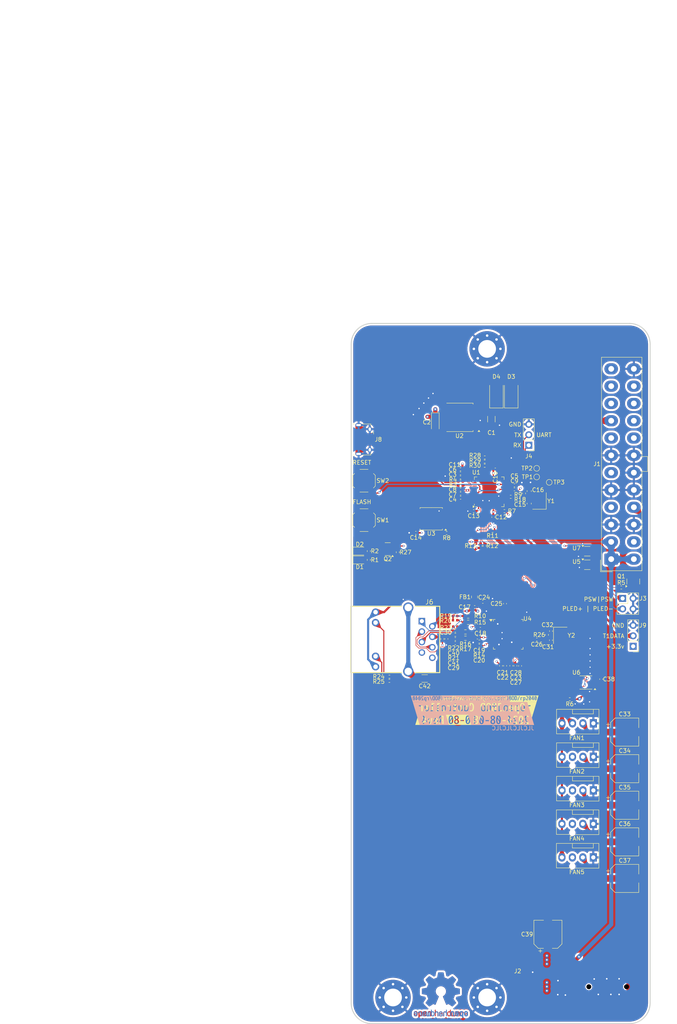
<source format=kicad_pcb>
(kicad_pcb (version 20240108) (generator "pcbnew") (generator_version "8.0")
  (layers (0 "F.Cu" signal "Front") (1 "In1.Cu" power) (2 "In2.Cu" power) (31 "B.Cu" signal "Back") (34 "B.Paste" user) (35 "F.Paste" user) (36 "B.SilkS" user "B.Silkscreen") (37 "F.SilkS" user "F.Silkscreen") (38 "B.Mask" user) (39 "F.Mask" user) (44 "Edge.Cuts" user))
  (net 0 "")
  (net 1 "GND")
  (net 2 "Net-(D1-A)")
  (net 3 "Net-(D2-A)")
  (net 4 "/+3.3v")
  (net 5 "/+5v")
  (net 6 "/PWR_OK")
  (net 7 "/+5vSB")
  (net 8 "/+12v")
  (net 10 "/PS_ON#")
  (net 12 "/PWR_BTN")
  (net 13 "/+3.3vSB")
  (net 14 "/+1.1v")
  (net 15 "Net-(U1-XIN)")
  (net 16 "Net-(C16-Pad2)")
  (net 17 "/W5500/+3.3vA")
  (net 18 "Net-(U4-1V2O)")
  (net 19 "Net-(U4-TOCAP)")
  (net 20 "Net-(J6-RCT)")
  (net 21 "Net-(J6-TCT)")
  (net 22 "Net-(U4-XI{slash}CLKIN)")
  (net 23 "Net-(U4-XO)")
  (net 24 "/USB_D-")
  (net 25 "/USB_D+")
  (net 27 "/W5500/TXP")
  (net 28 "/W5500/TXN")
  (net 29 "/W5500/RXP")
  (net 30 "/W5500/RXN")
  (net 32 "Net-(J6-GLED-)")
  (net 33 "Net-(J6-YLED-)")
  (net 34 "/QSPI_SS")
  (net 35 "Net-(R8-Pad2)")
  (net 36 "Net-(Q1-B)")
  (net 37 "/PICO_PWR")
  (net 56 "Net-(U1-XOUT)")
  (net 57 "/RUN")
  (net 58 "/T1_DATA")
  (net 59 "/SPI0_CSN")
  (net 60 "Net-(U4-EXRES1)")
  (net 61 "/W5500/LINKn")
  (net 62 "/W5500/ACTn")
  (net 63 "/SPI0_MOSI")
  (net 64 "/SPI0_MISO")
  (net 65 "/SPI0_SCK")
  (net 67 "/SWCLK")
  (net 68 "/SWD")
  (net 70 "/FAN_SCL")
  (net 71 "/FAN_SDA")
  (net 74 "/QSPI_SD3")
  (net 75 "/QSPI_SCLK")
  (net 76 "/QSPI_SD0")
  (net 77 "/QSPI_SD2")
  (net 78 "/QSPI_SD1")
  (net 83 "Earth")
  (net 86 "/SPI0_INTn")
  (net 94 "/SPI0_RSTn")
  (net 95 "/USB_N")
  (net 96 "/USB_P")
  (net 97 "/PSU_5vSB")
  (net 98 "/USB_PWR")
  (net 99 "/Fan Controller/PWM")
  (net 100 "/Fan Controller/TACH")
  (net 106 "Net-(J6-RD-)")
  (net 107 "Net-(J6-RD+)")
  (net 109 "/UART_RX")
  (net 110 "/UART_TX")
  (net 111 "/LOUT")
  (net 118 "/USB_SENSE")
  (net 120 "/~{LOUT}")
  (net 121 "Net-(U4-TXN)")
  (net 122 "Net-(U4-TXP)")
  (net 123 "Net-(U4-RXN)")
  (net 124 "Net-(U4-RXP)")
  (net 125 "/LRESET")
  (net 126 "/LSET")
  (net 127 "/FAN_ALERT")
  (net 128 "Net-(U1-GPIO15)")
  (net 129 "Net-(Q2-B)")
  (net 130 "Net-(Q2-E)")
  (net 131 "Net-(U1-GPIO25)")
  (footprint "Resistor_SMD:R_0402_1005Metric" (layer "F.Cu") (at 117.75 132.24 90)
    (property "Reference" "R12")
    (property "Value" "4.7k")
  )
  (footprint "Capacitor_SMD:C_0402_1005Metric" (layer "F.Cu") (at 119.84 125.27 -90)
    (property "Reference" "C12")
    (property "Value" "100nF")
  )
  (footprint "Capacitor_SMD:C_0402_1005Metric" (layer "F.Cu") (at 108.46 154.83 -90)
    (property "Reference" "C30")
    (property "Value" "22nF")
  )
  (footprint "Capacitor_SMD:C_0805_2012Metric_Pad1.18x1.45mm_HandSolder" (layer "F.Cu") (at 115.28 144.6425 -90)
    (property "Reference" "FB1")
    (property "Value" "FerriteBead_Small")
  )
  (footprint "Resistor_SMD:R_0402_1005Metric" (layer "F.Cu") (at 110.61 153.84 180)
    (property "Reference" "R21")
    (property "Value" "49.9R")
  )
  (footprint "MountingHole:MountingHole_4.3mm_M4_Pad_Via" (layer "F.Cu") (at 95.48 241.89)
    (property "Reference" "H1" (hide yes))
    (property "Value" "MountingHole_Pad")
  )
  (footprint "Package_DFN_QFN:QFN-56-1EP_7x7mm_P0.4mm_EP3.2x3.2mm" (layer "F.Cu") (at 118.8475 119.11 90)
    (property "Reference" "U1")
    (property "Value" "RP2040")
  )
  (footprint "OpenJBOD_Library:91618-11010C" (layer "F.Cu") (at 126.6956 231.2832)
    (property "Reference" "J2")
    (property "Value" "Bus_PCI_Express_x1")
  )
  (footprint "Capacitor_SMD:C_0402_1005Metric" (layer "F.Cu") (at 116.43 156.49 180)
    (property "Reference" "C20")
    (property "Value" "100nF")
  )
  (footprint "Crystal:Crystal_SMD_3225-4Pin_3.2x2.5mm" (layer "F.Cu") (at 136.115 153.985 -90)
    (property "Reference" "Y2")
    (property "Value" "X322525MOB4SI")
  )
  (footprint "Resistor_SMD:R_0402_1005Metric" (layer "F.Cu") (at 110.56 149.27)
    (property "Reference" "R19")
    (property "Value" "49.9R")
  )
  (footprint "Capacitor_SMD:C_0402_1005Metric" (layer "F.Cu") (at 121.71 161.36 -90)
    (property "Reference" "C21")
    (property "Value" "100nF")
  )
  (footprint "Capacitor_SMD:CP_Elec_6.3x5.4" (layer "F.Cu") (at 151.77 177.451)
    (property "Reference" "C33")
    (property "Value" "47uF")
  )
  (footprint "Symbol:OSHW-Logo2_14.6x12mm_Copper" (layer "F.Cu") (at 107.1 241.34)
    (property "Reference" "REF**" (hide yes))
    (property "Value" "OSHW-Logo2_14.6x12mm_Copper" (hide yes))
  )
  (footprint "Capacitor_SMD:C_0402_1005Metric" (layer "F.Cu") (at 124.97 117.53)
    (property "Reference" "C5")
    (property "Value" "100nF")
  )
  (footprint "Resistor_SMD:R_0402_1005Metric" (layer "F.Cu") (at 119.65 128.6 180)
    (property "Reference" "R11")
    (property "Value" "4.7k")
  )
  (footprint "Capacitor_SMD:C_0402_1005Metric" (layer "F.Cu") (at 111.86 114.63 180)
    (property "Reference" "C6")
    (property "Value" "1uF")
  )
  (footprint "Capacitor_SMD:C_0603_1608Metric" (layer "F.Cu") (at 128.56 118.94 -90)
    (property "Reference" "C16")
    (property "Value" "34pF")
  )
  (footprint "Resistor_SMD:R_0603_1608Metric" (layer "F.Cu") (at 113.74 150.79 180)
    (property "Reference" "R15")
    (property "Value" "3.3R")
  )
  (footprint "Capacitor_SMD:C_0402_1005Metric" (layer "F.Cu") (at 130.41 154.98)
    (property "Reference" "C26")
    (property "Value" "100nF")
  )
  (footprint "MountingHole:MountingHole_4.3mm_M4_Pad_Via" (layer "F.Cu") (at 118.34 241.89)
    (property "Reference" "H2" (hide yes))
    (property "Value" "MountingHole_Pad")
  )
  (footprint "Resistor_SMD:R_0402_1005Metric" (layer "F.Cu") (at 94.6 164)
    (property "Reference" "R24")
    (property "Value" "330R")
  )
  (footprint "Capacitor_SMD:C_0402_1005Metric" (layer "F.Cu") (at 101.02 129.07 180)
    (property "Reference" "C14")
    (property "Value" "100nF")
  )
  (footprint "Capacitor_SMD:C_0402_1005Metric" (layer "F.Cu") (at 110.6 155.84)
    (property "Reference" "C29")
    (property "Value" "100nF")
  )
  (footprint "Capacitor_SMD:C_0402_1005Metric" (layer "F.Cu") (at 133.853 155.147 -90)
    (property "Reference" "C31")
    (property "Value" "18pF")
  )
  (footprint "Crystal:Crystal_SMD_3225-4Pin_3.2x2.5mm" (layer "F.Cu") (at 131.05 121.335 90)
    (property "Reference" "Y1")
    (property "Value" "X322512MSB4SI")
  )
  (footprint "Resistor_SMD:R_0402_1005Metric" (layer "F.Cu") (at 107.47 154.85 90)
    (property "Reference" "R23")
    (property "Value" "10R")
  )
  (footprint "Resistor_SMD:R_0402_1005Metric" (layer "F.Cu") (at 138.408 169.481 180)
    (property "Reference" "R6")
    (property "Value" "36k")
  )
  (footprint "Resistor_SMD:R_0402_1005Metric" (layer "F.Cu") (at 117.75 112.775)
    (property "Reference" "R30")
    (property "Value" "4.7k")
  )
  (footprint "Connector:FanPinHeader_1x04_P2.54mm_Vertical" (layer "F.Cu") (at 144.15 191.602 180)
    (property "Reference" "FAN3")
    (property "Value" "Conn_01x04")
  )
  (footprint "Capacitor_SMD:C_0402_1005Metric" (layer "F.Cu") (at 124.97 118.51)
    (property "Reference" "C9")
    (property "Value" "100nF")
  )
  (footprint "Package_TO_SOT_SMD:SOT-23" (layer "F.Cu") (at 94.19 133.02 180)
    (property "Reference" "Q2")
    (property "Value" "MMBT3904")
  )
  (footprint "Resistor_SMD:R_0603_1608Metric" (layer "F.Cu") (at 113.07 153.14 180)
    (property "Reference" "R16")
    (property "Value" "3.3R")
  )
  (footprint "Capacitor_SMD:CP_Elec_6.3x5.4" (layer "F.Cu") (at 151.77 186.3355)
    (property "Reference" "C34")
    (property "Value" "47uF")
  )
  (footprint "Resistor_SMD:R_0402_1005Metric" (layer "F.Cu") (at 110.59 151.85 180)
    (property "Reference" "R22")
    (property "Value" "49.9R")
  )
  (footprint "Capacitor_SMD:C_0402_1005Metric" (layer "F.Cu") (at 122.69 146.27 90)
    (property "Reference" "C25")
    (property "Value" "100nF")
  )
  (footprint "Resistor_SMD:R_0402_1005Metric" (layer "F.Cu") (at 89.6 135.64 90)
    (property "Reference" "R1")
    (property "Value" "330R")
  )
  (footprint "Package_SO:MSOP-8_3x3mm_P0.65mm" (layer "F.Cu") (at 142.328 165.411 180)
    (property "Reference" "U6")
    (property "Value" "EMC2301")
  )
  (footprint "Capacitor_SMD:C_0402_1005Metric" (layer "F.Cu") (at 111.89 118.59 180)
    (property "Reference" "C8")
    (property "Value" "100nF")
  )
  (footprint "kibuzzard-66B483D8" (layer "F.Cu") (at 116 171.67)
    (property "Reference" "kibuzzard-66B483D8" (hide yes))
    (property "Value" "G***" (hide yes))
  )
  (footprint "Resistor_SMD:R_0402_1005Metric" (layer "F.Cu") (at 150.93 142.34)
    (property "Reference" "R5")
    (property "Value" "4.7k")
  )
  (footprint "Capacitor_SMD:C_0402_1005Metric" (layer "F.Cu") (at 124.22 161.35 -90)
    (property "Reference" "C28")
    (property "Value" "4.7uF")
  )
  (footprint "Capacitor_SMD:C_0402_1005Metric" (layer "F.Cu") (at 115.98 154.49 180)
    (property "Reference" "C19")
    (property "Value" "100nF")
  )
  (footprint "kibuzzard-66B483E2" (layer "F.Cu") (at 125.5 174.46)
    (property "Reference" "kibuzzard-66B483E2" (hide yes))
    (property "Value" "G***" (hide yes))
  )
  (footprint "TestPoint:TestPoint_Pad_D1.0mm" (layer "F.Cu") (at 130.38 115.51 180)
    (property "Reference" "TP1")
    (property "Value" "TestPoint")
  )
  (footprint "TestPoint:TestPoint_Pad_D1.0mm" (layer "F.Cu") (at 133.42 116.81 180)
    (property "Reference" "TP3")
    (property "Value" "TestPoint")
  )
  (footprint "OpenJBOD_Library:RJ45-TH_HR911105A" (layer "F.Cu") (at 98.13 154.96 -90)
    (property "Reference" "J6")
    (property "Value" "HR911105A" (hide yes))
  )
  (footprint "Capacitor_SMD:C_1206_3216Metric" (layer "F.Cu") (at 119.37 101.47 -90)
    (property "Reference" "C1")
    (property "Value" "22uF")
  )
  (footprint "Resistor_SMD:R_0402_1005Metric" (layer "F.Cu") (at 124.07 120.32 180)
    (property "Reference" "R18")
    (property "Value" "4.7k")
  )
  (footprint "Connector:FanPinHeader_1x04_P2.54mm_Vertical" (layer "F.Cu") (at 144.15 175.323 180)
    (property "Reference" "FAN1")
    (property "Value" "Conn_01x04")
  )
  (footprint "Capacitor_SMD:CP_Elec_6.3x5.4" (layer "F.Cu") (at 151.77 212.989)
    (property "Reference" "C37")
    (property "Value" "47uF")
  )
  (footprint "Resistor_SMD:R_0402_1005Metric" (layer "F.Cu") (at 108.5 129.14 180)
    (property "Reference" "R8")
    (property "Value" "1k")
  )
  (footprint "Resistor_SMD:R_0603_1608Metric" (layer "F.Cu") (at 113.07 154.66 180)
    (property "Reference" "R17")
    (property "Value" "3.3R")
  )
  (footprint "Resistor_SMD:R_0402_1005Metric" (layer "F.Cu") (at 89.6 133.51 90)
    (property "Reference" "R2")
    (property "Value" "330R")
  )
  (footprint "Resistor_SMD:R_0402_1005Metric" (layer "F.Cu") (at 132.863 153.837 90)
    (property "Reference" "R26")
    (property "Value" "1M")
  )
  (footprint "Capacitor_SMD:C_0402_1005Metric" (layer "F.Cu") (at 125.21 161.36 -90)
    (property "Reference" "C23")
    (property "Value" "100nF")
  )
  (footprint "Resistor_SMD:R_0402_1005Metric" (layer "F.Cu") (at 122.54 123.8)
    (property "Reference" "R7")
    (property "Value" "4.7k")
  )
  (footprint "kibuzzard-66B48408" (layer "F.Cu") (at 108.9 174.46)
    (property "Reference" "kibuzzard-66B48408" (hide yes))
    (property "Value" "G***" (hide yes))
  )
  (footprint "Capacitor_SMD:C_0402_1005Metric" (layer "F.Cu") (at 110.61 152.84 180)
    (property "Reference" "C40")
    (property "Value" "6.8nF")
  )
  (footprint "Button_Switch_SMD:SW_Push_1P1T_XKB_TS-1187A" (layer "F.Cu") (at 88.435 125.99 90)
    (property "Reference" "SW1")
    (property "Value" "SW_Push")
  )
  (footprint "Capacitor_SMD:C_0402_1005Metric" (layer "F.Cu") (at 111.89 119.57 180)
    (property "Reference" "C7")
    (property "Value" "100nF")
  )
  (footprint "Capacitor_SMD:CP_Elec_6.3x5.4" (layer "F.Cu") (at 151.77 195.22)
    (property "Reference" "C35")
    (property "Value" "47uF")
  )
  (footprint "Connector_Molex:Molex_Mini-Fit_Jr_5566-24A_2x12_P4.20mm_Vertical" (layer "F.Cu") (at 148.48 135.46 90)
    (property "Reference" "J1")
    (property "Value" "ATX-24")
  )
  (footprint "Package_QFP:LQFP-48_7x7mm_P0.5mm" (layer "F.Cu") (at 123.47 153.71)
    (property "Reference" "U4")
    (property "Value" "W5500")
  )
  (footprint "Capacitor_SMD:C_0402_1005Metric" (layer "F.Cu") (at 111.86 115.61 180)
    (property "Reference" "C3")
    (property "Value" "1uF")
  )
  (footprint "Resistor_SMD:R_0402_1005Metric" (layer "F.Cu") (at 110.56 150.28)
    (property "Reference" "R20")
    (property "Value" "49.9R")
  )
  (footprint "Resistor_SMD:R_0402_1005Metric" (layer "F.Cu") (at 117.76 110.775 180)
    (property "Reference" "R28")
    (property "Value" "4.7k")
  )
  (footprint "Resistor_SMD:R_0402_1005Metric" (layer "F.Cu") (at 116.75 132.24 90)
    (property "Reference" "R13")
    (property "Value" "4.7k")
  )
  (footprint "Connector_PinHeader_2.54mm:PinHeader_1x03_P2.54mm_Vertical" (layer "F.Cu") (at 153.81 156.62 180)
    (property "Reference" "J9")
    (property "Value" "TEMP1")
  )
  (footprint "Diode_SMD:D_SMA" (layer "F.Cu") (at 124.2 95.25 90)
    (property "Reference" "D3")
    (property "Value" "SS34")
  )
  (footprint "Capacitor_SMD:C_0402_1005Metric" (layer "F.Cu") (at 110.61 154.86 180)
    (property "Reference" "C41")
    (property "Value" "6.8nF")
  )
  (footprint "Connector_USB:USB_Micro-B_Amphenol_10118194_Horizontal" (layer "F.Cu") (at 88.422 106.41 -90)
    (property "Reference" "J8")
    (property "Value" "USB_B_Micro")
  )
  (footprint "Resistor_SMD:R_0402_1005Metric" (layer "F.Cu") (at 116.45 155.49 180)
    (property "Reference" "R14")
    (property "Value" "12.4k")
  )
  (footprint "LED_SMD:LED_0805_2012Metric" (layer "F.Cu") (at 87.3925 133.51)
    (property "Reference" "D2")
    (property "Value" "YELLOW")
  )
  (footprint "Resistor_SMD:R_0603_1608Metric" (layer "F.Cu") (at 113.735 149.27 180)
    (property "Reference" "R10")
    (property "Value" "3.3R")
  )
  (footprint "Capacitor_SMD:C_0402_1005Metric" (layer "F.Cu") (at 146.053 164.606 90)
    (property "Reference" "C38")
    (property "Value" "100nF")
  )
  (footprint "Capacitor_SMD:C_0402_1005Metric" (layer "F.Cu") (at 133.863 152.937 -90)
    (property "Reference" "C32")
    (property "Value" "18pF")
  )
  (footprint "Package_SO:SOIC-8_5.23x5.23mm_P1.27mm" (layer "F.Cu") (at 104.76 125.67 180)
    (property "Reference" "U3")
    (property "Value" "W25Q128JVS")
  )
  (footprint "Connector_PinHeader_2.54mm:PinHeader_2x02_P2.54mm_Vertical" (layer "F.Cu") (at 151.26 145)
    (property "Reference" "J3")
    (property "Value" "Conn_02x02_Counter_Clockwise")
  )
  (footprint "Resistor_SMD:R_0402_1005Metric" (layer "F.Cu") (at 127.3 119.5 90)
    (property "Reference" "R9")
    (property "Value" "1k")
  )
  (footprint "Resistor_SMD:R_0402_1005Metric" (layer "F.Cu") (at 111.88 117.6)
    (property "Reference" "R3")
    (property "Value" "27.4")
  )
  (footprint "kibuzzard-66BFD654" (layer "F.Cu") (at 118.77 169.34)
    (property "Reference" "kibuzzard-66BFD654" (hide yes))
    (property "Value" "G***" (hide yes))
  )
  (footprint "Resistor_SMD:R_0402_1005Metric" (layer "F.Cu") (at 94.59 165.02)
    (property "Reference" "R25")
    (property "Value" "330R")
  )
  (footprint "Resistor_SMD:R_0402_1005Metric" (layer "F.Cu") (at 96.64 133.79 -90)
    (property "Reference" "R27")
    (property "Value" "4.7k")
  )
  (footprint "Package_TO_SOT_SMD:SOT-23" (layer "F.Cu") (at 153.85 140.8875 90)
    (property "Reference" "Q1")
    (property "Value" "MMBT3904")
  )
  (footprint "Capacitor_Tantalum_SMD:CP_EIA-3216-18_Kemet-A" (layer "F.Cu") (at 105.75 102.24 -90)
    (property "Reference" "C2")
    (property "Value" "22uF Tant")
  )
  (footprint "Capacitor_SMD:C_0402_1005Metric" (layer "F.Cu") (at 111.86 113.65 180)
    (property "Reference" "C11")
    (property "Value" "100nF")
  )
  (footprint "Package_TO_SOT_SMD:SOT-353_SC-70-5" (layer "F.Cu") (at 142.66 133.55)
    (property "Reference" "U7")
    (property "Value" "74LVC1G02")
  )
  (footprint "Capacitor_SMD:C_0402_1005Metric" (layer "F.Cu") (at 117.29 145.82)
    (property "Reference" "C24")
    (property "Value" "1uF")
  )
  (footprint "Connector_PinHeader_2.54mm:PinHeader_1x03_P2.54mm_Vertical" (layer "F.Cu") (at 128.46 107.81 180)
    (property "Reference" "J4")
    (property "Value" "UART")
  )
  (footprint "Capacitor_SMD:C_0402_1005Metric" (layer "F.Cu") (at 126.35 161.38 -90)
    (property "Reference" "C27")
    (property "Value" "100nF")
  )
  (footprint "Resistor_SMD:R_0402_1005Metric" (layer "F.Cu") (at 111.88 116.6)
    (property "Reference" "R4")
    (property "Value" "27.4")
  )
  (footprint "Resistor_SMD:R_0402_1005Metric" (layer "F.Cu") (at 117.75 111.775 180)
    (property "Reference" "R29")
    (property "Value" "4.7k")
  )
  (footprint "LED_SMD:LED_0805_2012Metric" (layer "F.Cu") (at 87.3925 135.65)
    (property "Reference" "D1")
    (property "Value" "GREEN")
  )
  (footprint "Connector:FanPinHeader_1x04_P2.54mm_Vertical" (layer "F.Cu") (at 144.15 183.4625 180)
    (property "Reference" "FAN2")
    (property "Value" "Conn_01x04")
  )
  (footprint "Capacitor_SMD:CP_Elec_6.3x5.4" (layer "F.Cu") (at 133.11 226.55 90)
    (property "Reference" "C39")
    (property "Value" "47uF")
  )
  (footprint "Capacitor_SMD:CP_Elec_6.3x5.4" (layer "F.Cu") (at 151.77 204.1045)
    (property "Reference" "C36")
    (property "Value" "47uF")
  )
  (footprint "Capacitor_SMD:C_0603_1608Metric" (layer "F.Cu") (at 128.56 121.97 90)
    (property "Reference" "C15")
    (property "Value" "34pF")
  )
  (footprint "Capacitor_SMD:C_0402_1005Metric" (layer "F.Cu") (at 111.89 120.55 180)
    (property "Reference" "C4")
    (property "Value" "100nF")
  )
  (footprint "Package_TO_SOT_SMD:TO-252-2" (layer "F.Cu") (at 111.62 101.03 180)
    (property "Reference" "U2")
    (property "Value" "UZ1085L-33")
  )
  (footprint "Capacitor_SMD:C_0402_1005Metric" (layer "F.Cu") (at 116.69 152.39 180)
    (property "Reference" "C18")
    (property "Value" "100nF")
  )
  (footprint "MountingHole:MountingHole_4.3mm_M4_Pad_Via" (layer "F.Cu") (at 118.34 84.41)
    (property "Reference" "H3" (hide yes))
    (property "Value" "MountingHole_Pad")
  )
  (footprint "Capacitor_SMD:C_0402_1005Metric" (layer "F.Cu") (at 115.07 123.8 180)
    (property "Reference" "C13")
    (property "Value" "100nF")
  )
  (footprint "Capacitor_SMD:C_0402_1005Metric" (layer "F.Cu") (at 120.325 113.7)
    (property "Reference" "C10")
    (property "Value" "100nF")
  )
  (footprint "Button_Switch_SMD:SW_Push_1P1T_XKB_TS-1187A" (layer "F.Cu") (at 88.425 116.42 90)
    (property "Reference" "SW2")
    (property "Value" "SW_Push")
  )
  (footprint "Package_TO_SOT_SMD:SOT-353_SC-70-5" (layer "F.Cu") (at 142.66 136.83)
    (property "Reference" "U5")
    (property "Value" "74LVC1G02")
  )
  (footprint "TestPoint:TestPoint_Pad_D1.0mm" (layer "F.Cu") (at 130.38 113.41 180)
    (property "Reference" "TP2")
    (property "Value" "TestPoint")
  )
  (footprint "Connector:FanPinHeader_1x04_P2.54mm_Vertical" (layer "F.Cu") (at 144.13 207.881 180)
    (property "Reference" "FAN5")
    (property "Value" "Conn_01x04")
  )
  (footprint "Capacitor_SMD:C_0402_1005Metric" (layer "F.Cu") (at 122.71 161.36 -90)
    (property "Reference" "C22")
    (property "Value" "100nF")
  )
  (footprint "Connector:FanPinHeader_1x04_P2.54mm_Vertical" (layer "F.Cu") (at 144.13 199.7415 180)
    (property "Reference" "FAN4")
    (property "Value" "Conn_01x04")
  )
  (footprint "Capacitor_SMD:C_1206_3216Metric" (layer "F.Cu") (at 103.164957 164.43992 180)
    (property "Reference" "C42")
    (property "Value" "1nF/2kV")
  )
  (footprint "Capacitor_SMD:C_0402_1005Metric" (layer "F.Cu") (at 115.32 147.09)
    (property "Reference" "C17")
    (property "Value" "1uF")
  )
  (footprint "Diode_SMD:D_SMA" (layer "F.Cu") (at 120.6 95.25 90)
    (property "Reference" "D4")
    (property "Value" "SS34")
  )
  (footprint "kibuzzard-66B48408" (layer "B.Cu") (at 121.738588 174.48 180)
    (property "Reference" "kibuzzard-66B48408" (hide yes))
    (property "Value" "G***" (hide yes))
  )
  (footprint "kibuzzard-66B483D8" (layer "B.Cu") (at 114.638588 171.69 180)
    (property "Reference" "kibuzzard-66B483D8" (hide yes))
    (property "Value" "G***" (hide yes))
  )
  (footprint "kibuzzard-66B483E2" (layer "B.Cu") (at 105.138588 174.48 180)
    (property "Reference" "kibuzzard-66B483E2" (hide yes))
    (property "Value" "G***" (hide yes))
  )
  (footprint "Symbol:OSHW-Logo2_14.6x12mm_Copper" (layer "B.Cu") (at 107.1 241.34 180)
    (property "Reference" "REF**" (hide yes))
    (property "Value" "OSHW-Logo2_14.6x12mm_Copper" (hide yes))
  )
  (footprint "kibuzzard-66BFD654" (layer "B.Cu") (at 111.87 169.36 180)
    (property "Reference" "kibuzzard-66BFD654" (hide yes))
    (property "Value" "G***" (hide yes))
  )
  (gr_circle (center 119.150001 173.68) (end 119.180001 173.79) (stroke (width 0.254)) (fill none) (layer "F.Cu"))
  (gr_circle (center 119.900001 174.06) (end 119.930001 174.17) (stroke (width 0.254)) (fill none) (layer "F.Cu"))
  (gr_arc (start 120.20814 174.806144) (mid 118.880001 175.159997) (end 118.504186 173.837906) (stroke (width 0.254)) (layer "F.Cu"))
  (gr_circle (center 110.738587 174.08) (end 110.708587 174.19) (stroke (width 0.254)) (fill none) (layer "B.Cu"))
  (gr_circle (center 111.488587 173.7) (end 111.458587 173.81) (stroke (width 0.254)) (fill none) (layer "B.Cu"))
  (gr_arc (start 112.134402 173.857906) (mid 111.758578 175.180002) (end 110.430448 174.826144) (stroke (width 0.254)) (layer "B.Cu"))
  (gr_line (start 90.32 248.24) (end 152.928466 248.24) (stroke (width 0.25)) (layer "Edge.Cuts"))
  (gr_arc (start 85.32 83.24) (mid 86.784466 79.704466) (end 90.32 78.24) (stroke (width 0.25)) (layer "Edge.Cuts"))
  (gr_line (start 157.928466 243.24) (end 157.928437 83.24) (stroke (width 0.25)) (layer "Edge.Cuts"))
  (gr_line (start 85.32 83.24) (end 85.32 243.24) (stroke (width 0.25)) (layer "Edge.Cuts"))
  (gr_arc (start 157.928466 243.24) (mid 156.464 246.775534) (end 152.928466 248.24) (stroke (width 0.25)) (layer "Edge.Cuts"))
  (gr_line (start 152.928437 78.24) (end 90.32 78.24) (stroke (width 0.25)) (layer "Edge.Cuts"))
  (gr_arc (start 152.928437 78.24) (mid 156.464 79.704437) (end 157.928437 83.24) (stroke (width 0.25)) (layer "Edge.Cuts"))
  (gr_arc (start 90.32 248.24) (mid 86.784466 246.775534) (end 85.32 243.24) (stroke (width 0.25)) (layer "Edge.Cuts"))
  (gr_text "JLCJLCJLCJLC" (at 129.83 177.08 0) (layer "B.SilkS") (effects (font (size 1 1)) (justify left bottom mirror)))
  (gr_text "UART" (at 130.22 105.3 0) (layer "F.SilkS") (effects (font (size 1 1)) (justify left)))
  (gr_text "RX" (at 126.73 107.81 0) (layer "F.SilkS") (effects (font (size 1 1)) (justify right)))
  (gr_text "+3.3v" (at 151.75 157.25 0) (layer "F.SilkS") (effects (font (size 1 1)) (justify right bottom)))
  (gr_text "FLASH" (at 85.56 122.16 0) (layer "F.SilkS") (effects (font (size 1 1)) (justify left bottom)))
  (gr_text "PSW|PSW" (at 149.098 145.796 0) (layer "F.SilkS") (effects (font (size 1 1)) (justify right bottom)))
  (gr_text "PLED+ | PLED-" (at 149.098 148.082 0) (layer "F.SilkS") (effects (font (size 1 1)) (justify right bottom)))
  (gr_text "GND" (at 126.75 102.74 0) (layer "F.SilkS") (effects (font (size 1 1)) (justify right)))
  (gr_text "TX" (at 126.73 105.34 0) (layer "F.SilkS") (effects (font (size 1 1)) (justify right)))
  (gr_text "RESET" (at 85.55 112.59 0) (layer "F.SilkS") (effects (font (size 1 1)) (justify left bottom)))
  (gr_text "T1DATA" (at 151.75 154.71 0) (layer "F.SilkS") (effects (font (size 1 1)) (justify right bottom)))
  (gr_text "GND" (at 151.75 152.17 0) (layer "F.SilkS") (effects (font (size 1 1)) (justify right bottom)))
  (segment (start 135.265 154.585) (end 136.965 152.885) (width 0.127) (layer "F.Cu") (net 1))
  (segment (start 121.274999 156.19) (end 121.21 156.19) (width 0.254) (layer "F.Cu") (net 1))
  (segment (start 148.3956 242.8832) (end 148.3956 241.1544) (width 0.254) (layer "F.Cu") (net 1))
  (segment (start 134.381 153.935) (end 135.915 153.935) (width 0.127) (layer "F.Cu") (net 1))
  (segment (start 115.94 155.49) (end 115.16 155.49) (width 0.127) (layer "F.Cu") (net 1))
  (segment (start 133.863 153.417) (end 134.381 153.935) (width 0.127) (layer "F.Cu") (net 1))
  (segment (start 122.285 120.11) (end 121.19 120.11) (width 0.127) (layer "F.Cu") (net 1))
  (segment (start 120.14 151.96) (end 120.91 151.19) (width 0.127) (layer "F.Cu") (net 1))
  (segment (start 121.21 155.53) (end 121.97 154.77) (width 0.508) (layer "F.Cu") (net 1))
  (segment (start 121.345 102.945) (end 119.37 102.945) (width 1) (layer "F.Cu") (net 1))
  (segment (start 124.32 155.64) (end 124.32 156.535001) (width 0.254) (layer "F.Cu") (net 1))
  (segment (start 116.21 152.39) (end 115.36 152.39) (width 0.127) (layer "F.Cu") (net 1))
  (segment (start 113.65 123.8) (end 114.59 123.8) (width 0.127) (layer "F.Cu") (net 1))
  (segment (start 145.3956 241.1956) (end 145.35 241.15) (width 0.254) (layer "F.Cu") (net 1))
  (segment (start 119.37 102.945) (end 117.025 102.945) (width 1) (layer "F.Cu") (net 1))
  (segment (start 127.6325 154.46) (end 130.37 154.46) (width 0.127) (layer "F.Cu") (net 1))
  (segment (start 121.97 153.3) (end 121.97 152.25) (width 0.508) (layer "F.Cu") (net 1))
  (segment (start 124.32 155.64) (end 125.72 157.04) (width 0.254) (layer "F.Cu") (net 1))
  (segment (start 115.8 147.09) (end 117.16 147.09) (width 0.254) (layer "F.Cu") (net 1))
  (segment (start 122.22 157.135001) (end 121.274999 156.19) (width 0.254) (layer "F.Cu") (net 1))
  (segment (start 117.77 145.82) (end 118.87 145.82) (width 0.254) (layer "F.Cu") (net 1))
  (segment (start 126.11 117.53) (end 126.77 116.87) (width 0.254) (layer "F.Cu") (net 1))
  (segment (start 125.45 118.51) (end 125.45 117.53) (width 0.254) (layer "F.Cu") (net 1))
  (segment (start 140.75 137.48) (end 141.71 137.48) (width 0.127) (layer "F.Cu") (net 1))
  (segment (start 128.56 118.165) (end 128.56 117.83) (width 0.254) (layer "F.Cu") (net 1))
  (segment (start 118.87 145.82) (end 119.65 145.04) (width 0.254) (layer "F.Cu") (net 1))
  (segment (start 120.72 149.5475) (end 120.72 151) (width 0.254) (layer "F.Cu") (net 1))
  (segment (start 117.025 102.945) (end 116.66 103.31) (width 1) (layer "F.Cu") (net 1))
  (segment (start 133.853 154.667) (end 134.847 154.667) (width 0.127) (layer "F.Cu") (net 1))
  (segment (start 135.915 153.935) (end 136.965 152.885) (width 0.127) (layer "F.Cu") (net 1))
  (segment (start 147.3956 235.8332) (end 147.3956 237.3456) (width 0.254) (layer "F.Cu") (net 1))
  (segment (start 125.45 117.53) (end 126.11 117.53) (width 0.254) (layer "F.Cu") (net 1))
  (segment (start 120.72 151) (end 120.91 151.19) (width 0.254) (layer "F.Cu") (net 1))
  (segment (start 119.84 126.64) (end 119.95 126.75) (width 0.127) (layer "F.Cu") (net 1))
  (segment (start 129.4832 235.8332) (end 129.4 235.75) (width 0.254) (layer "F.Cu") (net 1))
  (segment (start 116.66 103.31) (end 116.66 101.79) (width 1) (layer "F.Cu") (net 1))
  (segment (start 121.22 156.2) (end 121.21 156.19) (width 0.254) (layer "F.Cu") (net 1))
  (segment (start 125.72 157.04) (end 125.72 157.8725) (width 0.254) (layer "F.Cu") (net 1))
  (segment (start 121.19 120.11) (end 121.15 120.15) (width 0.127) (layer "F.Cu") (net 1))
  (segment (start 124.32 156.535001) (end 123.72 157.135001) (width 0.254) (layer "F.Cu") (net 1))
  (segment (start 147.3956 237.3456) (end 147.4 237.35) (width 0.254) (layer "F.Cu") (net 1))
  (segment (start 128.56 118.165) (end 128.56 117.15) (width 0.254) (layer "F.Cu") (net 1))
  (segment (start 148.3956 241.1544) (end 148.4 241.15) (width 0.254) (layer "F.Cu") (net 1))
  (segment (start 122.22 157.8725) (end 122.22 157.135001) (width 0.254) (layer "F.Cu") (net 1))
  (segment (start 137.3956 242.8832) (end 137.3956 241.3456) (width 0.254) (layer "F.Cu") (net 1))
  (segment (start 114.95 155.7) (end 114.95 155.04) (width 0.254) (layer "F.Cu") (net 1))
  (segment (start 150.3956 237.3456) (end 150.4 237.35) (width 0.254) (layer "F.Cu") (net 1))
  (segment (start 108.46 155.31) (end 108.46 156.3) (width 0.127) (layer "F.Cu") (net 1))
  (segment (start 141.12 134.2) (end 140.53 134.79) (width 0.127) (layer "F.Cu") (net 1))
  (segment (start 121.97 152.25) (end 120.91 151.19) (width 0.508) (layer "F.Cu") (net 1))
  (segment (start 128.56 117.15) (end 128.88 116.83) (width 0.254) (layer "F.Cu") (net 1))
  (segment (start 120.044999 154.96) (end 121.21 156.125001) (width 0.254) (layer "F.Cu") (net 1))
  (segment (start 115.74 156.49) (end 114.95 155.7) (width 0.254) (layer "F.Cu") (net 1))
  (segment (start 134.3956 236.6456) (end 135.55 237.8) (width 0.254) (layer "F.Cu") (net 1))
  (segment (start 108.36 123.765) (end 106.675 123.765) (width 0.762) (layer "F.Cu") (net 1))
  (segment (start 118.8475 121.2775) (end 118.85 121.28) (width 0.127) (layer "F.Cu") (net 1))
  (segment (start 123.72 157.135001) (end 123.72 157.8725) (width 0.254) (layer "F.Cu") (net 1))
  (segment (start 121.21 156.19) (end 121.21 155.53) (width 0.508) (layer "F.Cu") (net 1))
  (segment (start 118.8475 119.11) (end 118.8475 121.2775) (width 0.127) (layer "F.Cu") (net 1))
  (segment (start 128.56 117.83) (end 127.6 116.87) (width 0.254) (layer "F.Cu") (net 1))
  (segment (start 145.3956 242.8832) (end 145.3956 241.1956) (width 0.254) (layer "F.Cu") (net 1))
  (segment (start 127.6 116.87) (end 126.77 116.87) (width 0.254) (layer "F.Cu") (net 1))
  (segment (start 119.84 125.75) (end 119.84 126.64) (width 0.127) (layer "F.Cu") (net 1))
  (segment (start 117.16 147.09) (end 118.16 148.09) (width 0.254) (layer "F.Cu") (net 1))
  (segment (start 134.3956 242.3044) (end 135.5 241.2) (width 0.254) (layer "F.Cu") (net 1))
  (segment (start 134.3956 235.8332) (end 134.3956 236.6456) (width 0.254) (layer "F.Cu") (net 1))
  (segment (start 118.8475 119.6825) (end 117.29 121.24) (width 0.127) (layer "F.Cu") (net 1))
  (segment (start 115.16 155.46) (end 114.95 155.67) (width 0.127) (layer "F.Cu") (net 1))
  (segment (start 114.95 155.04) (end 115.5 154.49) (width 0.254) (layer "F.Cu") (net 1))
  (segment (start 144.3956 237.3544) (end 144.35 237.4) (width 0.254) (layer "F.Cu") (net 1))
  (segment (start 150.3956 242.8832) (end 150.3956 241.1544) (width 0.254) (layer "F.Cu") (net 1))
  (segment (start 100.54 129.07) (end 99.4 129.07) (width 0.254) (layer "F.Cu") (net 1))
  (segment (start 121.22 157.8725) (end 121.22 156.2) (width 0.254) (layer "F.Cu") (net 1))
  (segment (start 119.3075 154.96) (end 120.044999 154.96) (width 0.254) (layer "F.Cu") (net 1))
  (segment (start 121.21 156.125001) (end 121.21 156.19) (width 0.254) (layer "F.Cu") (net 1))
  (segment (start 120.11 119.11) (end 121.15 120.15) (width 0.127) (layer "F.Cu") (net 1))
  (segment (start 144.3956 235.8332) (end 144.3956 237.3544) (width 0.254) (layer "F.Cu") (net 1))
  (segment (start 150.3956 235.8332) (end 150.3956 237.3456) (width 0.254) (layer "F.Cu") (net 1))
  (segment (start 115.95 156.49) (end 115.74 156.49) (width 0.254) (layer "F.Cu") (net 1))
  (segment (start 131.3956 235.8332) (end 129.4832 235.8332) (width 0.254) (layer "F.Cu") (net 1))
  (segment (start 106.675 123.765) (end 106.67 123.77) (width 0.762) (layer "F.Cu") (net 1))
  (segment (start 121.97 154.77) (end 121.97 153.3) (width 0.508) (layer "F.Cu") (net 1))
  (segment (start 137.3956 241.3456) (end 137.35 241.3) (width 0.254) (layer "F.Cu") (net 1))
  (segment (start 141.71 134.2) (end 141.12 134.2) (width 0.127) (layer "F.Cu") (net 1))
  (segment (start 119.3075 151.96) (end 120.14 151.96) (width 0.127) (layer "F.Cu") (net 1))
  (segment (start 130.37 154.46) (end 130.89 154.98) (width 0.127) (layer "F.Cu") (net 1))
  (segment (start 150.3956 241.1544) (end 150.4 241.15) (width 0.254) (layer "F.Cu") (net 1))
  (via (at 143.35 157.2) (size 0.5) (drill 0.3) (layers "F.Cu" "B.Cu") (net 1))
  (via (at 143.35 158.7) (size 0.5) (drill 0.3) (layers "F.Cu" "B.Cu") (net 1))
  (via (at 143.35 160.2) (size 0.5) (drill 0.3) (layers "F.Cu" "B.Cu") (net 1))
  (via (at 99.4 129.07) (size 0.889) (drill 0.381) (layers "F.Cu" "B.Cu") (net 1))
  (via (at 97.97 145.24) (size 0.5) (drill 0.3) (layers "F.Cu" "B.Cu") (net 1))
  (via (at 121.345 102.945) (size 0.6858) (drill 0.3302) (layers "F.Cu" "B.Cu") (net 1))
  (via (at 144.35 237.4) (size 0.889) (drill 0.381) (layers "F.Cu" "B.Cu") (net 1))
  (via (at 140.53 134.79) (size 0.5) (drill 0.3) (layers "F.Cu" "B.Cu") (net 1))
  (via (at 119.65 145.04) (size 0.6858) (drill 0.3302) (layers "F.Cu" "B.Cu") (net 1))
  (via (at 104.1 96.35) (size 0.6858) (drill 0.3302) (layers "F.Cu" "B.Cu") (net 1))
  (via (at 150.4 241.15) (size 0.889) (drill 0.381) (layers "F.Cu" "B.Cu") (net 1))
  (via (at 114.95 155.7) (size 0.889) (drill 0.381) (layers "F.Cu" "B.Cu") (net 1))
  (via (at 139.728 170.611) (size 0.5) (drill 0.3) (layers "F.Cu" "B.Cu") (net 1))
  (via (at 105.19 95.24) (size 0.6858) (drill 0.3302) (layers "F.Cu" "B.Cu") (net 1))
  (via (at 143.228 167.611) (size 0.5) (drill 0.3) (layers "F.Cu" "B.Cu") (net 1))
  (via (at 145.35 241.15) (size 0.889) (drill 0.381) (layers "F.Cu" "B.Cu") (net 1))
  (via (at 100.42 100.37) (size 0.6858) (drill 0.3302) (layers "F.Cu" "B.Cu") (net 1))
  (via (at 108.46 156.3) (size 0.5) (drill 0.3) (layers "F.Cu" "B.Cu") (net 1))
  (via (at 121.97 153.3) (size 0.5) (drill 0.3) (layers "F.Cu" "B.Cu") (net 1))
  (via (at 116.66 101.79) (size 0.6858) (drill 0.3302) (layers "F.Cu" "B.Cu") (net 1))
  (via (at 147.4 237.35) (size 0.889) (drill 0.381) (layers "F.Cu" "B.Cu") (net 1))
  (via (at 143.35 161.7) (size 0.5) (drill 0.3) (layers "F.Cu" "B.Cu") (net 1))
  (via (at 141.8 170.63) (size 0.5) (drill 0.3) (layers "F.Cu" "B.Cu") (net 1))
  (via (at 124.32 155.64) (size 0.889) (drill 0.381) (layers "F.Cu" "B.Cu") (net 1))
  (via (at 148.4 241.15) (size 0.889) (drill 0.381) (layers "F.Cu" "B.Cu") (net 1))
  (via (at 121.97 154.77) (size 0.5) (drill 0.3) (layers "F.Cu" "B.Cu") (net 1))
  (via (at 143.35 163.2) (size 0.5) (drill 0.3) (layers "F.Cu" "B.Cu") (net 1))
  (via (at 124.21 110.9) (size 0.6858) (drill 0.3302) (layers "F.Cu" "B.Cu") (net 1))
  (via (at 118.16 148.09) (size 0.6858) (drill 0.3302) (layers "F.Cu" "B.Cu") (net 1))
  (via (at 102.96 97.57) (size 0.6858) (drill 0.3302) (layers "F.Cu" "B.Cu") (net 1))
  (via (at 140.75 137.48) (size 0.5) (drill 0.3) (layers "F.Cu" "B.Cu") (net 1))
  (via (at 106.67 123.77) (size 0.5) (drill 0.3) (layers "F.Cu" "B.Cu") (net 1))
  (via (at 120.91 151.19) (size 0.889) (drill 0.381) (layers "F.Cu" "B.Cu") (net 1))
  (via (at 127.96 148.34) (size 0.5) (drill 0.3) (layers "F.Cu" "B.Cu") (net 1))
  (via (at 137.35 241.3) (size 0.889) (drill 0.381) (layers "F.Cu" "B.Cu") (net 1))
  (via (at 150.4 237.35) (size 0.889) (drill 0.381) (layers "F.Cu" "B.Cu") (net 1))
  (via (at 128.88 116.83) (size 0.889) (drill 0.381) (layers "F.Cu" "B.Cu") (net 1))
  (via (at 118.85 121.28) (size 0.5) (drill 0.3) (layers "F.Cu" "B.Cu") (net 1))
  (via (at 126.77 116.87) (size 0.889) (drill 0.381) (layers "F.Cu" "B.Cu") (net 1))
  (via (at 113.65 123.8) (size 0.5) (drill 0.3) (layers "F.Cu" "B.Cu") (net 1))
  (via (at 115.36 152.39) (size 0.5) (drill 0.3) (layers "F.Cu" "B.Cu") (net 1))
  (via (at 121.15 120.15) (size 0.5) (drill 0.3) (layers "F.Cu" "B.Cu") (net 1))
  (via (at 141.55 131.73) (size 0.5) (drill 0.3) (layers "F.Cu" "B.Cu") (net 1))
  (via (at 143.35 154.7) (size 0.5) (drill 0.3) (layers "F.Cu" "B.Cu") (net 1))
  (via (at 117.29 121.24) (size 0.5) (drill 0.3) (layers "F.Cu" "B.Cu") (net 1))
  (via (at 108.15 115.3) (size 0.6858) (drill 0.3302) (layers "F.Cu" "B.Cu") (net 1))
  (via (at 119.95 126.75) (size 0.5) (drill 0.3) (layers "F.Cu" "B.Cu") (net 1))
  (via (at 129.4 235.75) (size 0.889) (drill 0.381) (layers "F.Cu" "B.Cu") (net 1))
  (via (at 143.228 170.111) (size 0.5) (drill 0.3) (layers "F.Cu" "B.Cu") (net 1))
  (via (at 101.8 98.89) (size 0.6858) (drill 0.3302) (layers "F.Cu" "B.Cu") (net 1))
  (via (at 135.5 241.2) (size 0.889) (drill 0.381) (layers "F.Cu" "B.Cu") (net 1))
  (via (at 135.55 237.8) (size 0.889) (drill 0.381) (layers "F.Cu" "B.Cu") (net 1))
  (via (at 121.21 156.19) (size 0.889) (drill 0.381) (layers "F.Cu" "B.Cu") (net 1))
  (segment (start 88.83 136.15) (end 88.33 135.65) (width 0.127) (layer "F.Cu") (net 2))
  (segment (start 89.6 136.15) (end 88.83 136.15) (width 0.127) (layer "F.Cu") (net 2))
  (segment (start 89.6 134.02) (end 88.84 134.02) (width 0.127) (layer "F.Cu") (net 3))
  (segment (start 88.84 134.02) (end 88.33 133.51) (width 0.127) (layer "F.Cu") (net 3))
  (segment (start 98.726 133.534) (end 97.36 134.9) (width 0.127) (layer "F.Cu") (net 4))
  (segment (start 138.4215 241.4785) (end 138.4215 241.74383) (width 1) (layer "F.Cu") (net 4))
  (segment (start 114.5 131.26) (end 113.59 131.26) (width 0.127) (layer "F.Cu") (net 4))
  (segment (start 140.65 232) (end 139.9 232.75) (width 1) (layer "F.Cu") (net 4))
  (segment (start 138.4215 241.74383) (end 138.3956 241.76973) (width 1) (layer "F.Cu") (net 4))
  (segment (start 139.9 232.75) (end 139.9 240) (width 1) (layer "F.Cu") (net 4))
  (segment (start 89.83 134.9) (end 89.6 135.13) (width 0.127) (layer "F.Cu") (net 4))
  (segment (start 138.3956 241.76973) (end 138.3956 242.8832) (width 1) (layer "F.Cu") (net 4))
  (segment (start 111.316 133.534) (end 98.726 133.534) (width 0.127) (layer "F.Cu") (net 4))
  (segment (start 113.59 131.26) (end 111.316 133.534) (width 0.127) (layer "F.Cu") (net 4))
  (segment (start 139.9 240) (end 138.4215 241.4785) (width 1) (layer "F.Cu") (net 4))
  (segment (start 139.3956 235.8332) (end 140.3956 235.8332) (width 1) (layer "F.Cu") (net 4))
  (segment (start 97.36 134.9) (end 89.83 134.9) (width 0.127) (layer "F.Cu") (net 4))
  (via (at 114.5 131.26) (size 0.5) (drill 0.3) (layers "F.Cu" "B.Cu") (net 4))
  (via (at 140.65 232) (size 0.889) (drill 0.381) (layers "F.Cu" "B.Cu") (net 4))
  (segment (start 153.98 135.46) (end 148.48 135.46) (width 1) (layer "B.Cu") (net 4))
  (segment (start 148.48 135.46) (end 148.48 131.26) (width 1) (layer "B.Cu") (net 4))
  (segment (start 148.48 146.558) (end 148.48 224.17) (width 1) (layer "B.Cu") (net 4))
  (segment (start 148.48 135.46) (end 148.48 146.558) (width 1) (layer "B.Cu") (net 4))
  (segment (start 149.462 147.54) (end 151.26 147.54) (width 0.254) (layer "B.Cu") (net 4))
  (segment (start 148.48 224.17) (end 140.65 232) (width 1) (layer "B.Cu") (net 4))
  (segment (start 148.48 146.558) (end 149.462 147.54) (width 0.254) (layer "B.Cu") (net 4))
  (segment (start 114.5 131.26) (end 148.48 131.26) (width 0.127) (layer "B.Cu") (net 4))
  (segment (start 120.6 97.25) (end 120.6 98.765) (width 1) (layer "F.Cu") (net 7))
  (segment (start 122.745 99.995) (end 119.37 99.995) (width 1) (layer "F.Cu") (net 7))
  (segment (start 117.905 99.995) (end 116.66 98.75) (width 1) (layer "F.Cu") (net 7))
  (segment (start 124.2 97.25) (end 124.2 98.54) (width 1) (layer "F.Cu") (net 7))
  (segment (start 124.2 98.54) (end 122.745 99.995) (width 1) (layer "F.Cu") (net 7))
  (segment (start 119.37 99.995) (end 117.905 99.995) (width 1) (layer "F.Cu") (net 7))
  (segment (start 120.6 98.765) (end 119.37 99.995) (width 1) (layer "F.Cu") (net 7))
  (segment (start 141.61 183.6125) (end 144.3185 186.321) (width 0.508) (layer "F.Cu") (net 8))
  (segment (start 141.59 199.7415) (end 145.9495 204.101) (width 0.508) (layer "F.Cu") (net 8))
  (segment (start 141.61 175.873) (end 143.188 177.451) (width 0.508) (layer "F.Cu") (net 8))
  (segment (start 143.188 177.451) (end 148.97 177.451) (width 0.508) (layer "F.Cu") (net 8))
  (segment (start 146.008 212.981) (end 148.962 212.981) (width 0.508) (layer "F.Cu") (net 8))
  (segment (start 132.3956 242.8832) (end 132.3956 235.8332) (width 1) (layer "F.Cu") (net 8))
  (segment (start 144.108 195.211) (end 148.961 195.211) (width 0.508) (layer "F.Cu") (net 8))
  (segment (start 141.59 208.563) (end 146.008 212.981) (width 0.508) (layer "F.Cu") (net 8))
  (segment (start 145.9495 204.101) (end 148.9665 204.101) (width 0.508) (layer "F.Cu") (net 8))
  (segment (start 141.739 191.731) (end 141.739 192.842) (width 0.508) (layer "F.Cu") (net 8))
  (segment (start 141.739 192.842) (end 144.108 195.211) (width 0.508) (layer "F.Cu") (net 8))
  (segment (start 133.3956 242.8832) (end 133.3956 235.8332) (width 1) (layer "F.Cu") (net 8))
  (segment (start 144.3185 186.321) (end 148.9555 186.321) (width 0.508) (layer "F.Cu") (net 8))
  (segment (start 132.3956 230.3794) (end 132.3956 235.8332) (width 1) (layer "F.Cu") (net 8))
  (segment (start 133.3956 235.8332) (end 133.3956 229.3794) (width 1) (layer "F.Cu") (net 8))
  (segment (start 133.3956 229.3794) (end 132.3956 230.3794) (width 1) (layer "F.Cu") (net 8))
  (segment (start 131.3956 242.8832) (end 133.3956 242.8832) (width 1) (layer "F.Cu") (net 8))
  (via (at 132.85 239.25) (size 0.889) (drill 0.381) (layers "F.Cu" "B.Cu") (net 8))
  (via (at 132.85 240.25) (size 0.889) (drill 0.381) (layers "F.Cu" "B.Cu") (net 8))
  (via (at 132.85 233.75) (size 0.889) (drill 0.381) (layers "F.Cu" "B.Cu") (net 8))
  (via (at 132.85 232.75) (size 0.889) (drill 0.381) (layers "F.Cu" "B.Cu") (net 8))
  (via (at 132.85 231.75) (size 0.889) (drill 0.381) (layers "F.Cu" "B.Cu") (net 8))
  (via (at 132.85 238.25) (size 0.889) (drill 0.381) (layers "F.Cu" "B.Cu") (net 8))
  (segment (start 153.85 139.95) (end 156.51 137.29) (width 0.254) (layer "F.Cu") (net 10))
  (segment (start 156.51 125.39) (end 153.98 122.86) (width 0.254) (layer "F.Cu") (net 10))
  (segment (start 156.51 137.29) (end 156.51 125.39) (width 0.254) (layer "F.Cu") (net 10))
  (segment (start 124.28079 121.71) (end 141.97079 139.4) (width 0.127) (layer "F.Cu") (net 12))
  (segment (start 150.129 145) (end 151.26 145) (width 0.127) (layer "F.Cu") (net 12))
  (segment (start 122.285 121.71) (end 124.28079 121.71) (width 0.127) (layer "F.Cu") (net 12))
  (segment (start 141.97079 139.4) (end 144.529 139.4) (width 0.127) (layer "F.Cu") (net 12))
  (segment (start 144.529 139.4) (end 150.129 145) (width 0.127) (layer "F.Cu") (net 12))
  (segment (start 113.71 118.91) (end 115.41 118.91) (width 0.127) (layer "F.Cu") (net 13))
  (segment (start 126.45 118.29128) (end 125.69128 119.05) (width 0.127) (layer "F.Cu") (net 13))
  (segment (start 119.8475 114.5475) (end 119.8475 113.6975) (width 0.254) (layer "F.Cu") (net 13))
  (segment (start 123.05 123.8) (end 123.05 124.2) (width 0.127) (layer "F.Cu") (net 13))
  (segment (start 140.81 169.361) (end 141.498 168.673) (width 0.254) (layer "F.Cu") (net 13))
  (segment (start 113.39 118.59) (end 112.37 118.59) (width 0.127) (layer "F.Cu") (net 13))
  (segment (start 119.84 123.99) (end 119.84 122.56) (width 0.254) (layer "F.Cu") (net 13))
  (segment (start 143.61 136.18) (end 144.72 135.07) (width 0.127) (layer "F.Cu") (net 13))
  (segment (start 120.16 127.76) (end 120.1 127.7) (width 0.127) (layer "F.Cu") (net 13))
  (segment (start 119.85 114.55) (end 119.8475 114.5475) (width 0.254) (layer "F.Cu") (net 13))
  (segment (start 113.56 118.76) (end 113.71 118.91) (width 0.127) (layer "F.Cu") (net 13))
  (segment (start 124.09 118.91) (end 124.49 118.51) (width 0.127) (layer "F.Cu") (net 13))
  (segment (start 127.6325 154.96) (end 126.927644 154.96) (width 0.254) (layer "F.Cu") (net 13))
  (segment (start 101.5 129.07) (end 101.5 127.915) (width 0.254) (layer "F.Cu") (net 13))
  (segment (start 115.85 132.75) (end 115.28 133.32) (width 0.508) (layer "F.Cu") (net 13))
  (segment (start 122.285 118.91) (end 124.09 118.91) (width 0.127) (layer "F.Cu") (net 13))
  (segment (start 143.41 132.24) (end 143.61 132.44) (width 0.127) (layer "F.Cu") (net 13))
  (segment (start 125.69128 119.05) (end 125.03 119.05) (width 0.127) (layer "F.Cu") (net 13))
  (segment (start 98.025 143.605) (end 115.28 143.605) (width 0.508) (layer "F.Cu") (net 13))
  (segment (start 96.026128 133.02) (end 93.2525 133.02) (width 0.254) (layer "F.Cu") (net 13))
  (segment (start 122.22 149.5475) (end 123.22 149.5475) (width 0.254) (layer "F.Cu") (net 13))
  (segment (start 129.91 154.96) (end 127.6325 154.96) (width 0.254) (layer "F.Cu") (net 13))
  (segment (start 119.8475 114.5525) (end 119.85 114.55) (width 0.254) (layer "F.Cu") (net 13))
  (segment (start 119.8475 115.6725) (end 119.8475 114.5525) (width 0.254) (layer "F.Cu") (net 13))
  (segment (start 126.45 118.25) (end 126.45 118.29128) (width 0.127) (layer "F.Cu") (net 13))
  (segment (start 116.2475 123.5) (end 115.9475 123.8) (width 0.254) (layer "F.Cu") (net 13))
  (segment (start 115.28 133.32) (end 115.28 143.605) (width 0.508) (layer "F.Cu") (net 13))
  (segment (start 113.56 118.76) (end 113.37 118.95) (width 0.127) (layer "F.Cu") (net 13))
  (segment (start 112.34 113.65) (end 114.3625 115.6725) (width 0.127) (layer "F.Cu") (net 13))
  (segment (start 122.72 150.752356) (end 122.72 149.5475) (width 0.254) (layer "F.Cu") (net 13))
  (segment (start 115.41 116.51) (end 115.41 116.91) (width 0.254) (layer "F.Cu") (net 13))
  (segment (start 114.3625 115.6725) (end 116.2475 115.6725) (width 0.127) (layer "F.Cu") (net 13))
  (segment (start 116.2475 123.5) (end 116.2475 122.5475) (width 0.254) (layer "F.Cu") (net 13))
  (segment (start 129.93 154.98) (end 129.91 154.96) (width 0.254) (layer "F.Cu") (net 13))
  (segment (start 116.81 145.82) (end 117.74 146.75) (width 0.254) (layer "F.Cu") (net 13))
  (segment (start 113.56 118.76) (end 113.81 118.51) (width 0.127) (layer "F.Cu") (net 13))
  (segment (start 112.34 112.3) (end 112.34 114.63) (width 0.508) (layer "F.Cu") (net 13))
  (segment (start 137.14 132.24) (end 143.41 132.24) (width 0.127) (layer "F.Cu") (net 13))
  (segment (start 144.72 135.07) (end 144.72 133.58) (width 0.127) (layer "F.Cu") (net 13))
  (segment (start 140.81 169.361) (end 140.69 169.481) (width 0.254) (layer "F.Cu") (net 13))
  (segment (start 122.72 146.78) (end 122.72 149.5475) (width 0.254) (layer "F.Cu") (net 13))
  (segment (start 125.03 119.05) (end 124.49 118.51) (width 0.127) (layer "F.Cu") (net 13))
  (segment (start 140.69 169.481) (end 138.918 169.481) (width 0.254) (layer "F.Cu") (net 13))
  (segment (start 117.75 132.75) (end 115.85 132.75) (width 0.508) (layer "F.Cu") (net 13))
  (segment (start 105.75 100.89) (end 103.83 100.89) (width 1) (layer "F.Cu") (net 13))
  (segment (start 105.76 99.05) (end 105.76 100.88) (width 1) (layer "F.Cu") (net 13))
  (segment (start 126.927644 154.96) (end 122.72 150.752356) (width 0.254) (layer "F.Cu") (net 13))
  (segment (start 110.36 101.03) (end 105.89 101.03) (width 1) (layer "F.Cu") (net 13))
  (segment (start 114.74 116.91) (end 112.46 114.63) (width 0.127) (layer "F.Cu") (net 13))
  (segment (start 101.5 127.915) (end 101.16 127.575) (width 0.254) (layer "F.Cu") (net 13))
  (segment (start 144.72 133.58) (end 144.04 132.9) (width 0.127) (layer "F.Cu") (net 13))
  (segment (start 115.9475 123.8) (end 115.55 123.8) (width 0.254) (layer "F.Cu") (net 13))
  (segment (start 119.84 124.79) (end 119.84 123.99) (width 0.254) (layer "F.Cu") (net 13))
  (segment (start 93.295082 148.334918) (end 98.025 143.605) (width 0.508) (layer "F.Cu") (net 13))
  (segment (start 123.05 124.2) (end 123.55 124.7) (width 0.127) (layer "F.Cu") (net 13))
  (segment (start 113.56 118.76) (end 113.39 118.59) (width 0.127) (layer "F.Cu") (net 13))
  (segment (start 113.81 118.51) (end 115.41 118.51) (width 0.127) (layer "F.Cu") (net 13))
  (segment (start 143.61 132.44) (end 143.61 132.9) (width 0.127) (layer "F.Cu") (net 13))
  (segment (start 115.28 143.605) (end 116.42608 143.605) (width 0.254) (layer "F.Cu") (net 13))
  (segment (start 146.053 167.136) (end 146.053 165.086) (width 0.254) (layer "F.Cu") (net 13))
  (segment (start 101.5 129.07) (end 102.42 129.07) (width 0.254) (layer "F.Cu") (net 13))
  (segment (start 96.776128 132.27) (end 96.026128 133.02) (width 0.254) (layer "F.Cu") (net 13))
  (segment (start 119.84 122.56) (end 119.8375 122.5575) (width 0.254) (layer "F.Cu") (net 13))
  (segment (start 144.4405 165.086) (end 146.053 165.086) (width 0.254) (layer "F.Cu") (net 13))
  (segment (start 112.99 118.95) (end 112.37 119.57) (width 0.127) (layer "F.Cu") (net 13))
  (segment (start 116.81 143.98892) (end 116.81 145.82) (width 0.254) (layer "F.Cu") (net 13))
  (segment (start 144.04 132.9) (end 143.61 132.9) (width 0.127) (layer "F.Cu") (net 13))
  (segment (start 91.235043 148.334918) (end 93.295082 148.334918) (width 0.508) (layer "F.Cu") (net 13))
  (segment (start 117.74 146.75) (end 122.69 146.75) (width 0.254) (layer "F.Cu") (net 13))
  (segment (start 120.16 128.6) (end 120.16 127.76) (width 0.127) (layer "F.Cu") (net 13))
  (segment (start 113.37 118.95) (end 112.99 118.95) (width 0.127) (layer "F.Cu") (net 13))
  (segment (start 144.516 168.673) (end 146.053 167.136) (width 0.254) (layer "F.Cu") (net 13))
  (segment (start 98.07 132.27) (end 96.776128 132.27) (width 0.254) (layer "F.Cu") (net 13))
  (segment (start 116.42608 143.605) (end 116.81 143.98892) (width 0.254) (layer "F.Cu") (net 13))
  (segment (start 141.498 168.673) (end 144.516 168.673) (width 0.254) (layer "F.Cu") (net 13))
  (segment (start 115.41 116.91) (end 114.74 116.91) (width 0.127) (layer "F.Cu") (net 13))
  (via (at 103.83 100.89) (size 0.6858) (drill 0.3302) (layers "F.Cu" "B.Cu") (net 13))
  (via (at 126.45 118.25) (size 0.5) (drill 0.3) (layers "F.Cu" "B.Cu") (net 13))
  (via (at 123.55 124.7) (size 0.5) (drill 0.3) (layers "F.Cu" "B.Cu") (net 13))
  (via (at 120.1 127.7) (size 0.5) (drill 0.3) (layers "F.Cu" "B.Cu") (net 13))
  (via (at 102.42 129.07) (size 0.5) (drill 0.3) (layers "F.Cu" "B.Cu") (net 13))
  (via (at 98.07 132.27) (size 0.5) (drill 0.3) (layers "F.Cu" "B.Cu") (net 13))
  (via (at 115.85 132.75) (size 0.5) (drill 0.3) (layers "F.Cu" "B.Cu") (net 13))
  (via (at 140.81 169.361) (size 0.889) (drill 0.381) (layers "F.Cu" "B.Cu") (net 13))
  (via (at 105.76 99.05) (size 0.889) (drill 0.381) (layers "F.Cu" "B.Cu") (net 13))
  (via (at 119.85 114.55) (size 0.5) (drill 0.3) (layers "F.Cu" "B.Cu") (net 13))
  (via (at 119.84 123.99) (size 0.5) (drill 0.3) (layers "F.Cu" "B.Cu") (net 13))
  (via (at 113.56 118.76) (size 0.5) (drill 0.3) (layers "F.Cu" "B.Cu") (net 13))
  (via (at 116.2475 123.5) (size 0.5) (drill 0.3) (layers "F.Cu" "B.Cu") (net 13))
  (via (at 112.34 112.3) (size 0.5) (drill 0.3) (layers "F.Cu" "B.Cu") (net 13))
  (via (at 137.14 132.24) (size 0.5) (drill 0.3) (layers "F.Cu" "B.Cu") (net 13))
  (segment (start 91.235043 161.585082) (end 89.43 159.780039) (width 0.508) (layer "B.Cu") (net 13))
  (segment (start 89.43 150.139961) (end 91.235043 148.334918) (width 0.508) (layer "B.Cu") (net 13))
  (segment (start 89.43 159.780039) (end 89.43 150.139961) (width 0.508) (layer "B.Cu") (net 13))
  (segment (start 121.15 118.65) (end 121.29 118.51) (width 0.254) (layer "F.Cu") (net 14))
  (segment (start 116.57 117.81) (end 116.57 118.83) (width 0.254) (layer "F.Cu") (net 14))
  (segment (start 113.08 120.55) (end 112.37 120.55) (width 0.127) (layer "F.Cu") (net 14))
  (segment (start 122.285 118.51) (end 123.51 118.51) (width 0.127) (layer "F.Cu") (net 14))
  (segment (start 116.19 119.31) (end 116.57 118.93) (width 0.254) (layer "F.Cu") (net 14))
  (segment (start 115.41 119.31) (end 116.19 119.31) (width 0.254) (layer "F.Cu") (net 14))
  (segment (start 116.07 117.31) (end 116.57 117.81) (width 0.254) (layer "F.Cu") (net 14))
  (segment (start 114.51842 117.31) (end 112.81842 115.61) (width 0.127) (layer "F.Cu") (net 14))
  (segment (start 123.51 118.51) (end 124.49 117.53) (width 0.127) (layer "F.Cu") (net 14))
  (segment (start 112.81842 115.61) (end 112.34 115.61) (width 0.127) (layer "F.Cu") (net 14))
  (segment (start 115.41 117.31) (end 114.51842 117.31) (width 0.127) (layer "F.Cu") (net 14))
  (segment (start 115.41 119.31) (end 114.32 119.31) (width 0.127) (layer "F.Cu") (net 14))
  (segment (start 114.32 119.31) (end 113.08 120.55) (width 0.127) (layer "F.Cu") (net 14))
  (segment (start 116.57 118.93) (end 116.57 118.83) (width 0.254) (layer "F.Cu") (net 14))
  (segment (start 121.29 118.51) (end 122.285 118.51) (width 0.254) (layer "F.Cu") (net 14))
  (segment (start 115.41 117.31) (end 116.07 117.31) (width 0.254) (layer "F.Cu") (net 14))
  (via (at 121.15 118.65) (size 0.5) (drill 0.3) (layers "F.Cu" "B.Cu") (net 14))
  (via (at 116.57 118.83) (size 0.5) (drill 0.3) (layers "F.Cu" "B.Cu") (net 14))
  (segment (start 120.97 118.83) (end 116.57 118.83) (width 0.254) (layer "B.Cu") (net 14))
  (segment (start 121.15 118.65) (end 120.97 118.83) (width 0.254) (layer "B.Cu") (net 14))
  (segment (start 126.06 119.71) (end 127.545 121.195) (width 0.127) (layer "F.Cu") (net 15))
  (segment (start 130.2 120.235) (end 129.24 121.195) (width 0.127) (layer "F.Cu") (net 15))
  (segment (start 129.24 121.195) (end 128.56 121.195) (width 0.127) (layer "F.Cu") (net 15))
  (segment (start 122.285 119.71) (end 126.06 119.71) (width 0.127) (layer "F.Cu") (net 15))
  (segment (start 127.545 121.195) (end 128.56 121.195) (width 0.127) (layer "F.Cu") (net 15))
  (segment (start 130.7 118.9) (end 129.375 118.9) (width 0.127) (layer "F.Cu") (net 16))
  (segment (start 131.05 119.25) (end 130.7 118.9) (width 0.127) (layer "F.Cu") (net 16))
  (segment (start 129.375 118.9) (end 128.56 119.715) (width 0.127) (layer "F.Cu") (net 16))
  (segment (start 127.3 120.01) (end 128.265 120.01) (width 0.127) (layer "F.Cu") (net 16))
  (segment (start 131.05 121.485) (end 131.05 119.25) (width 0.127) (layer "F.Cu") (net 16))
  (segment (start 131.9 122.335) (end 131.05 121.485) (width 0.127) (layer "F.Cu") (net 16))
  (segment (start 119.3075 155.96) (end 118.24 155.96) (width 0.127) (layer "F.Cu") (net 17))
  (segment (start 110.05 150.28) (end 110.055 150.275) (width 0.127) (layer "F.Cu") (net 17))
  (segment (start 115.749314 148.09) (end 114.84 147.180686) (width 0.508) (layer "F.Cu") (net 17))
  (segment (start 116.57 151.79) (end 117.17 152.39) (width 0.127) (layer "F.Cu") (net 17))
  (segment (start 114.84 146.12) (end 114.84 147.09) (width 0.508) (layer "F.Cu") (net 17))
  (segment (start 119.3075 154.46) (end 117.46 154.46) (width 0.127) (layer "F.Cu") (net 17))
  (segment (start 114.74 151.79) (end 116.57 151.79) (width 0.127) (layer "F.Cu") (net 17))
  (segment (start 124.72 160.39) (end 124.72 157.8725) (width 0.127) (layer "F.Cu") (net 17))
  (segment (start 117.71 156.49) (end 117.92 156.28) (width 0.127) (layer "F.Cu") (net 17))
  (segment (start 125.21 160.04) (end 125.21 160.88) (width 0.127) (layer "F.Cu") (net 17))
  (segment (start 121.71 160.88) (end 121.71 157.8825) (width 0.127) (layer "F.Cu") (net 17))
  (segment (start 121.24 160.88) (end 122.71 160.88) (width 0.254) (layer "F.Cu") (net 17))
  (segment (start 114.55 151.98) (end 114.74 151.79) (width 0.127) (layer "F.Cu") (net 17))
  (segment (start 125.21 160.88) (end 124.72 160.39) (width 0.127) (layer "F.Cu") (net 17))
  (segment (start 122.72 157.8725) (end 122.72 160.87) (width 0.127) (layer "F.Cu") (net 17))
  (segment (start 110.055 150.275) (end 110.055 149.275) (width 0.127) (layer "F.Cu") (net 17))
  (segment (start 118.24 155.96) (end 117.92 156.28) (width 0.127) (layer "F.Cu") (net 17))
  (segment (start 111.25 148.07) (end 113.4 148.07) (width 0.127) (layer "F.Cu") (net 17))
  (segment (start 119.3075 152.46) (end 117.24 152.46) (width 0.127) (layer "F.Cu") (net 17))
  (segment (start 114.84 147.180686) (end 114.84 147.09) (width 0.508) (layer "F.Cu") (net 17))
  (segment (start 117.46 154.46) (end 116.59 154.46) (width 0.127) (layer "F.Cu") (net 17))
  (segment (start 117.71 156.49) (end 116.91 156.49) (width 0.127) (layer "F.Cu") (net 17))
  (segment (start 110.05 149.27) (end 111.25 148.07) (width 0.127) (layer "F.Cu") (net 17))
  (segment (start 107.47 155.36) (end 107.47 156.32) (width 0.127) (layer "F.Cu") (net 17))
  (segment (start 113.4 148.07) (end 113.86 148.07) (width 0.508) (layer "F.Cu") (net 17))
  (segment (start 120.66 160.3) (end 121.24 160.88) (width 0.254) (layer "F.Cu") (net 17))
  (segment (start 115.28 145.68) (end 114.84 146.12) (width 0.508) (layer "F.Cu") (net 17))
  (segment (start 113.86 148.07) (end 114.84 147.09) (width 0.508) (layer "F.Cu") (net 17))
  (segment (start 116.07 148.09) (end 115.749314 148.09) (width 0.508) (layer "F.Cu") (net 17))
  (via (at 114.55 151.98) (size 0.5) (drill 0.3) (layers "F.Cu" "B.Cu") (net 17))
  (via (at 113.4 148.07) (size 0.6858) (drill 0.3302) (layers "F.Cu" "B.Cu") (net 17))
  (via (at 117.46 154.46) (size 0.5) (drill 0.3) (layers "F.Cu" "B.Cu") (net 17))
  (via (at 116.07 148.09) (size 0.6858) (drill 0.3302) (layers "F.Cu" "B.Cu") (net 17))
  (via (at 107.47 156.32) (size 0.5) (drill 0.3) (layers "F.Cu" "B.Cu") (net 17))
  (via (at 117.92 156.28) (size 0.5) (drill 0.3) (layers "F.Cu" "B.Cu") (net 17))
  (via (at 125.21 160.04) (size 0.5) (drill 0.3) (layers "F.Cu" "B.Cu") (net 17))
  (via (at 120.66 160.3) (size 0.5) (drill 0.3) (layers "F.Cu" "B.Cu") (net 17))
  (segment (start 126.35 160.38) (end 126.35 160.9) (width 0.127) (layer "F.Cu") (net 18))
  (segment (start 125.22 157.8725) (end 125.22 159.25) (width 0.127) (layer "F.Cu") (net 18))
  (segment (start 125.22 159.25) (end 126.35 160.38) (width 0.127) (layer "F.Cu") (net 18))
  (segment (start 124.22 160.87) (end 124.22 157.8725) (width 0.127) (layer "F.Cu") (net 19))
  (segment (start 110.61 155.35) (end 110.61 154.35) (width 0.127) (layer "F.Cu") (net 20))
  (segment (start 110.08 151.85) (end 110.61 152.38) (width 0.127) (layer "F.Cu") (net 20))
  (segment (start 110.61 152.38) (end 110.61 153.33) (width 0.127) (layer "F.Cu") (net 20))
  (segment (start 110.61 154.35) (end 110.1 153.84) (width 0.127) (layer "F.Cu") (net 20))
  (segment (start 110.1 153.84) (end 109.52 153.26) (width 0.254) (layer "F.Cu") (net 20))
  (segment (start 110.12 155.84) (end 110.61 155.35) (width 0.127) (layer "F.Cu") (net 20))
  (segment (start 110.61 153.33) (end 110.1 153.84) (width 0.127) (layer "F.Cu") (net 20))
  (segment (start 109.52 153.26) (end 104.58 153.26) (width 0.254) (layer "F.Cu") (net 20))
  (segment (start 104.58 153.26) (end 102.484957 155.355043) (width 0.254) (layer "F.Cu") (net 20))
  (segment (start 108.55 154.36) (end 105.065037 154.36) (width 0.254) (layer "F.Cu") (net 21))
  (segment (start 132.471 153.955) (end 132.863 154.347) (width 0.254) (layer "F.Cu") (net 22))
  (segment (start 127.6325 153.96) (end 132.476 153.96) (width 0.254) (layer "F.Cu") (net 22))
  (segment (start 136.011 156.039) (end 136.965 155.085) (width 0.254) (layer "F.Cu") (net 22))
  (segment (start 133.853 155.627) (end 134.265 156.039) (width 0.254) (layer "F.Cu") (net 22))
  (segment (start 132.863 154.347) (end 132.863 154.637) (width 0.254) (layer "F.Cu") (net 22))
  (segment (start 134.265 156.039) (end 136.011 156.039) (width 0.254) (layer "F.Cu") (net 22))
  (segment (start 132.863 154.637) (end 133.853 155.627) (width 0.254) (layer "F.Cu") (net 22))
  (segment (start 132.73 153.46) (end 132.863 153.327) (width 0.254) (layer "F.Cu") (net 23))
  (segment (start 133.863 152.457) (end 134.837 152.457) (width 0.254) (layer "F.Cu") (net 23))
  (segment (start 127.6325 153.46) (end 132.73 153.46) (width 0.254) (layer "F.Cu") (net 23))
  (segment (start 132.993 153.327) (end 133.863 152.457) (width 0.254) (layer "F.Cu") (net 23))
  (segment (start 90.886851 105.81235) (end 90.834501 105.76) (width 0.3421) (layer "F.Cu") (net 24))
  (segment (start 108.112936 116.82735) (end 97.097936 105.81235) (width 0.3421) (layer "F.Cu") (net 24))
  (segment (start 97.097936 105.81235) (end 90.886851 105.81235) (width 0.3421) (layer "F.Cu") (net 24))
  (segment (start 110.662649 116.82735) (end 108.112936 116.82735) (width 0.3421) (layer "F.Cu") (net 24))
  (segment (start 90.834501 105.76) (end 89.822 105.76) (width 0.3421) (layer "F.Cu") (net 24))
  (segment (start 111.37 116.6) (end 110.889999 116.6) (width 0.3421) (layer "F.Cu") (net 24))
  (segment (start 110.889999 116.6) (end 110.662649 116.82735) (width 0.3421) (layer "F.Cu") (net 24))
  (segment (start 110.889999 117.6) (end 110.662649 117.37265) (width 0.3421) (layer "F.Cu") (net 25))
  (segment (start 111.37 117.6) (end 110.889999 117.6) (width 0.3421) (layer "F.Cu") (net 25))
  (segment (start 107.887064 117.37265) (end 96.872064 106.35765) (width 0.3421) (layer "F.Cu") (net 25))
  (segment (start 90.834501 106.41) (end 89.822 106.41) (width 0.3421) (layer "F.Cu") (net 25))
  (segment (start 90.886851 106.35765) (end 90.834501 106.41) (width 0.3421) (layer "F.Cu") (net 25))
  (segment (start 96.872064 106.35765) (end 90.886851 106.35765) (width 0.3421) (layer "F.Cu") (net 25))
  (segment (start 110.662649 117.37265) (end 107.887064 117.37265) (width 0.3421) (layer "F.Cu") (net 25))
  (segment (start 112.25 150.79) (end 111.85 150.39) (width 0.1524) (layer "F.Cu") (net 27))
  (segment (start 111.74 150.28) (end 111.85 150.39) (width 0.1524) (layer "F.Cu") (net 27))
  (segment (start 112.915 150.79) (end 112.25 150.79) (width 0.1524) (layer "F.Cu") (net 27))
  (segment (start 111.07 150.28) (end 111.74 150.28) (width 0.1524) (layer "F.Cu") (net 27))
  (via (at 111.85 150.39) (size 0.5) (drill 0.3) (layers "F.Cu" "B.Cu") (net 27))
  (segment (start 104.385 152.915) (end 102.484957 151.014957) (width 0.1524) (layer "B.Cu") (net 27))
  (segment (start 111.85 150.39) (end 109.325 152.915) (width 0.1524) (layer "B.Cu") (net 27))
  (segment (start 109.325 152.915) (end 104.385 152.915) (width 0.1524) (layer "B.Cu") (net 27))
  (segment (start 111.84 149.27) (end 111.07 149.27) (width 0.1524) (layer "F.Cu") (net 28))
  (segment (start 112.91 149.27) (end 111.86 149.27) (width 0.1524) (layer "F.Cu") (net 28))
  (segment (start 111.86 149.27) (end 111.85 149.28) (width 0.1524) (layer "F.Cu") (net 28))
  (segment (start 111.85 149.28) (end 111.84 149.27) (width 0.1524) (layer "F.Cu") (net 28))
  (via (at 111.85 149.28) (size 0.5) (drill 0.3) (layers "F.Cu" "B.Cu") (net 28))
  (segment (start 107.524877 149.28) (end 105.024957 151.77992) (width 0.1524) (layer "B.Cu") (net 28))
  (segment (start 111.85 149.28) (end 107.524877 149.28) (width 0.1524) (layer "B.Cu") (net 28))
  (segment (start 112.245 154.66) (end 111.29 154.66) (width 0.127) (layer "F.Cu") (net 29))
  (segment (start 111.12 153.84) (end 111.12 154.83) (width 0.1524) (layer "F.Cu") (net 29))
  (segment (start 111.09 152.84) (end 111.09 151.86) (width 0.127) (layer "F.Cu") (net 30))
  (segment (start 111.39 153.14) (end 111.09 152.84) (width 0.127) (layer "F.Cu") (net 30))
  (segment (start 112.245 153.14) (end 111.39 153.14) (width 0.127) (layer "F.Cu") (net 30))
  (segment (start 93.24 152.879875) (end 91.235043 150.874918) (width 0.254) (layer "F.Cu") (net 32))
  (segment (start 93.76 164) (end 93.24 163.48) (width 0.254) (layer "F.Cu") (net 32))
  (segment (start 93.24 163.48) (end 93.24 152.879875) (width 0.254) (layer "F.Cu") (net 32))
  (segment (start 94.09 164) (end 93.76 164) (width 0.254) (layer "F.Cu") (net 32))
  (segment (start 94.08 165.02) (end 92.74 163.68) (width 0.254) (layer "F.Cu") (net 33))
  (segment (start 92.74 163.68) (end 92.74 160.550039) (width 0.254) (layer "F.Cu") (net 33))
  (segment (start 92.74 160.550039) (end 91.235043 159.045082) (width 0.254) (layer "F.Cu") (net 33))
  (segment (start 115.41 121.71) (end 114.15842 121.71) (width 0.127) (layer "F.Cu") (net 34))
  (segment (start 109.6 126.991217) (end 109.016217 127.575) (width 0.127) (layer "F.Cu") (net 34))
  (segment (start 109.6 126.26842) (end 109.6 126.991217) (width 0.127) (layer "F.Cu") (net 34))
  (segment (start 114.15842 121.71) (end 109.6 126.26842) (width 0.127) (layer "F.Cu") (net 34))
  (segment (start 109.01 128.225) (end 109.01 129.14) (width 0.127) (layer "F.Cu") (net 34))
  (segment (start 108.36 127.575) (end 109.01 128.225) (width 0.127) (layer "F.Cu") (net 34))
  (segment (start 107.99 129.14) (end 107.04 130.09) (width 0.254) (layer "F.Cu") (net 35))
  (segment (start 90.6 130.09) (end 90.31 129.8) (width 0.254) (layer "F.Cu") (net 35))
  (segment (start 107.04 130.09) (end 90.6 130.09) (width 0.254) (layer "F.Cu") (net 35))
  (segment (start 90.31 122.99) (end 90.31 128.99) (width 0.254) (layer "F.Cu") (net 35))
  (segment (start 90.31 129.8) (end 90.31 128.99) (width 0.254) (layer "F.Cu") (net 35))
  (segment (start 152.385 142.34) (end 152.9 141.825) (width 0.254) (layer "F.Cu") (net 36))
  (segment (start 151.44 142.34) (end 152.385 142.34) (width 0.254) (layer "F.Cu") (net 36))
  (segment (start 96.64 133.28) (end 111.17 133.28) (width 0.127) (layer "F.Cu") (net 37))
  (segment (start 119.0475 127.1475) (end 119.0475 122.5475) (width 0.127) (layer "F.Cu") (net 37))
  (segment (start 116.15 128.3) (end 116.25 128.3) (width 0.127) (layer "F.Cu") (net 37))
  (segment (start 119.15 127.25) (end 119.0475 127.1475) (width 0.127) (layer "F.Cu") (net 37))
  (segment (start 111.17 133.28) (end 116.15 128.3) (width 0.127) (layer "F.Cu") (net 37))
  (via (at 119.15 127.25) (size 0.5) (drill 0.3) (layers "F.Cu" "B.Cu") (net 37))
  (via (at 116.25 128.3) (size 0.5) (drill 0.3) (layers "F.Cu" "B.Cu") (net 37))
  (segment (start 119.15 127.25) (end 119.05 127.25) (width 0.127) (layer "B.Cu") (net 37))
  (segment (start 118 128.3) (end 116.25 128.3) (width 0.127) (layer "B.Cu") (net 37))
  (segment (start 119.05 127.25) (end 118 128.3) (width 0.127) (layer "B.Cu") (net 37))
  (segment (start 126.98 119.31) (end 127.3 118.99) (width 0.127) (layer "F.Cu") (net 56))
  (segment (start 122.285 119.31) (end 126.98 119.31) (width 0.127) (layer "F.Cu") (net 56))
  (segment (start 122.285 117.31) (end 121.24 117.31) (width 0.254) (layer "F.Cu") (net 57))
  (segment (start 90.3 119.42) (end 90.3 113.42) (width 0.254) (layer "F.Cu") (net 57))
  (segment (start 92.11 119.25) (end 91.94 119.42) (width 0.254) (layer "F.Cu") (net 57))
  (segment (start 91.94 119.42) (end 90.3 119.42) (width 0.254) (layer "F.Cu") (net 57))
  (via (at 92.11 119.25) (size 0.5) (drill 0.3) (layers "F.Cu" "B.Cu") (net 57))
  (via (at 121.24 117.31) (size 0.5) (drill 0.3) (layers "F.Cu" "B.Cu") (net 57))
  (segment (start 92.11 119.25) (end 94.05 117.31) (width 0.254) (layer "B.Cu") (net 57))
  (segment (start 94.05 117.31) (end 121.24 117.31) (width 0.254) (layer "B.Cu") (net 57))
  (segment (start 153.8 154.09) (end 151.498222 154.09) (width 0.508) (layer "F.Cu") (net 58))
  (segment (start 122.03 124.621778) (end 122.03 123.8) (width 0.508) (layer "F.Cu") (net 58))
  (segment (start 122.03 123.13) (end 121.4475 122.5475) (width 0.254) (layer "F.Cu") (net 58))
  (segment (start 122.03 123.8) (end 122.03 123.13) (width 0.254) (layer "F.Cu") (net 58))
  (segment (start 151.498222 154.09) (end 122.03 124.621778) (width 0.508) (layer "F.Cu") (net 58))
  (segment (start 128.76 152.96) (end 127.6325 152.96) (width 0.127) (layer "F.Cu") (net 59))
  (segment (start 118.6475 122.5475) (end 118.6475 128.1075) (width 0.127) (layer "F.Cu") (net 59))
  (segment (start 129.9735 141.2535) (end 129.9735 141.931988) (width 0.127) (layer "F.Cu") (net 59))
  (segment (start 129.552 152.168) (end 128.76 152.96) (width 0.127) (layer "F.Cu") (net 59))
  (segment (start 129.552 142.353488) (end 129.552 152.168) (width 0.127) (layer "F.Cu") (net 59))
  (segment (start 119.14 128.6) (end 119.14 130.42) (width 0.127) (layer "F.Cu") (net 59))
  (segment (start 129.9735 141.931988) (end 129.552 142.353488) (width 0.127) (layer "F.Cu") (net 59))
  (segment (start 119.14 130.42) (end 129.9735 141.2535) (width 0.127) (layer "F.Cu") (net 59))
  (segment (start 118.6475 128.1075) (end 119.14 128.6) (width 0.127) (layer "F.Cu") (net 59))
  (segment (start 119.2775 155.46) (end 116.99 155.46) (width 0.127) (layer "F.Cu") (net 60))
  (segment (start 128.689 163.772184) (end 128.689 156.699) (width 0.254) (layer "F.Cu") (net 61))
  (segment (start 97.78 164) (end 99.699 165.919) (width 0.254) (layer "F.Cu") (net 61))
  (segment (start 126.542184 165.919) (end 128.689 163.772184) (width 0.254) (layer "F.Cu") (net 61))
  (segment (start 128.689 156.699) (end 128.45 156.46) (width 0.254) (layer "F.Cu") (net 61))
  (segment (start 95.11 164) (end 97.78 164) (width 0.254) (layer "F.Cu") (net 61))
  (segment (start 99.699 165.919) (end 126.542184 165.919) (width 0.254) (layer "F.Cu") (net 61))
  (segment (start 128.45 156.46) (end 127.6325 156.46) (width 0.254) (layer "F.Cu") (net 61))
  (segment (start 98.261184 165.02) (end 95.1 165.02) (width 0.254) (layer "F.Cu") (net 62))
  (segment (start 126.7 166.3) (end 99.541184 166.3) (width 0.254) (layer "F.Cu") (net 62))
  (segment (start 129.07 163.93) (end 126.7 166.3) (width 0.254) (layer "F.Cu") (net 62))
  (segment (start 128.5 155.46) (end 129.07 156.03) (width 0.254) (layer "F.Cu") (net 62))
  (segment (start 127.6325 155.46) (end 128.5 155.46) (width 0.254) (layer "F.Cu") (net 62))
  (segment (start 99.541184 166.3) (end 98.261184 165.02) (width 0.254) (layer "F.Cu") (net 62))
  (segment (start 129.07 156.03) (end 129.07 163.93) (width 0.254) (layer "F.Cu") (net 62))
  (segment (start 128.79 140.79) (end 128.79 150.98) (width 0.127) (layer "F.Cu") (net 63))
  (segment (start 117.8475 129.8475) (end 128.79 140.79) (width 0.127) (layer "F.Cu") (net 63))
  (segment (start 117.8475 122.5475) (end 117.8475 129.8475) (width 0.127) (layer "F.Cu") (net 63))
  (segment (start 128.31 151.46) (end 127.6325 151.46) (width 0.127) (layer "F.Cu") (net 63))
  (segment (start 128.79 150.98) (end 128.31 151.46) (width 0.127) (layer "F.Cu") (net 63))
  (segment (start 118.2475 129.88829) (end 129.044 140.68479) (width 0.127) (layer "F.Cu") (net 64))
  (segment (start 118.2475 122.5475) (end 118.2475 129.88829) (width 0.127) (layer "F.Cu") (net 64))
  (segment (start 129.044 151.576) (end 128.66 151.96) (width 0.127) (layer "F.Cu") (net 64))
  (segment (start 129.044 140.68479) (end 129.044 151.576) (width 0.127) (layer "F.Cu") (net 64))
  (segment (start 128.66 151.96) (end 127.6325 151.96) (width 0.127) (layer "F.Cu") (net 64))
  (segment (start 129.298 151.68121) (end 128.51921 152.46) (width 0.127) (layer "F.Cu") (net 65))
  (segment (start 127.34 140.11) (end 127.01 139.78) (width 0.127) (layer "F.Cu") (net 65))
  (segment (start 117.45 129.85) (end 117.45 122.55) (width 0.127) (layer "F.Cu") (net 65))
  (segment (start 129.51 141.74) (end 129.298 141.952) (width 0.127) (layer "F.Cu") (net 65))
  (segment (start 129.298 141.952) (end 129.298 151.68121) (width 0.127) (layer "F.Cu") (net 65))
  (segment (start 127.01 139.78) (end 127.01 139.41) (width 0.127) (layer "F.Cu") (net 65))
  (segment (start 128.51921 152.46) (end 127.6325 152.46) (width 0.127) (layer "F.Cu") (net 65))
  (segment (start 127.01 139.41) (end 117.45 129.85) (width 0.127) (layer "F.Cu") (net 65))
  (segment (start 127.42 140.11) (end 127.34 140.11) (width 0.127) (layer "F.Cu") (net 65))
  (via (at 127.42 140.11) (size 0.5) (drill 0.3) (layers "F.Cu" "B.Cu") (net 65))
  (via (at 129.51 141.74) (size 0.5) (drill 0.3) (layers "F.Cu" "B.Cu") (net 65))
  (segment (start 127.42 140.11) (end 127.88 140.11) (width 0.127) (layer "B.Cu") (net 65))
  (segment (start 127.88 140.11) (end 129.51 141.74) (width 0.127) (layer "B.Cu") (net 65))
  (segment (start 125.69921 115.51) (end 130.38 115.51) (width 0.127) (layer "F.Cu") (net 67))
  (segment (start 123.09921 118.11) (end 125.69921 115.51) (width 0.127) (layer "F.Cu") (net 67))
  (segment (start 122.285 118.11) (end 123.09921 118.11) (width 0.127) (layer "F.Cu") (net 67))
  (segment (start 130.36 113.41) (end 130.38 113.41) (width 0.127) (layer "F.Cu") (net 68))
  (segment (start 123.14 117.71) (end 125.594 115.256) (width 0.127) (layer "F.Cu") (net 68))
  (segment (start 128.514 115.256) (end 130.36 113.41) (width 0.127) (layer "F.Cu") (net 68))
  (segment (start 125.594 115.256) (end 128.514 115.256) (width 0.127) (layer "F.Cu") (net 68))
  (segment (start 122.285 117.71) (end 123.14 117.71) (width 0.127) (layer "F.Cu") (net 68))
  (segment (start 140.906 148.84679) (end 140.906 163.289) (width 0.127) (layer "F.Cu") (net 70))
  (segment (start 120.6475 122.5475) (end 120.6475 123.782802) (width 0.127) (layer "F.Cu") (net 70))
  (segment (start 121 124.135302) (end 121 128.94079) (width 0.127) (layer "F.Cu") (net 70))
  (segment (start 143.353 165.736) (end 144.4405 165.736) (width 0.127) (layer "F.Cu") (net 70))
  (segment (start 140.906 163.289) (end 142.032 164.415) (width 0.127) (layer "F.Cu") (net 70))
  (segment (start 121 128.94079) (end 140.906 148.84679) (width 0.127) (layer "F.Cu") (net 70))
  (segment (start 120.6475 123.782802) (end 121 124.135302) (width 0.127) (layer "F.Cu") (net 70))
  (segment (start 142.032 164.415) (end 143.353 165.736) (width 0.127) (layer "F.Cu") (net 70))
  (segment (start 120.2475 123.742012) (end 120.746 124.240512) (width 0.127) (layer "F.Cu") (net 71))
  (segment (start 120.2475 122.5475) (end 120.2475 123.742012) (width 0.127) (layer "F.Cu") (net 71))
  (segment (start 141.778 164.561) (end 143.603 166.386) (width 0.127) (layer "F.Cu") (net 71))
  (segment (start 120.746 124.240512) (end 120.746 129.046) (width 0.127) (layer "F.Cu") (net 71))
  (segment (start 143.603 166.386) (end 144.4405 166.386) (width 0.127) (layer "F.Cu") (net 71))
  (segment (start 140.652 163.435) (end 141.778 164.561) (width 0.127) (layer "F.Cu") (net 71))
  (segment (start 140.652 148.952) (end 140.652 163.435) (width 0.127) (layer "F.Cu") (net 71))
  (segment (start 120.746 129.046) (end 140.652 148.952) (width 0.127) (layer "F.Cu") (net 71))
  (segment (start 99.256 125.566) (end 99.995 126.305) (width 0.127) (layer "F.Cu") (net 74))
  (segment (start 115.41 119.71) (end 114.35 119.71) (width 0.127) (layer "F.Cu") (net 74))
  (segment (start 100.02079 122.15) (end 99.256 122.91479) (width 0.127) (layer "F.Cu") (net 74))
  (segment (start 111.91 122.15) (end 100.02079 122.15) (width 0.127) (layer "F.Cu") (net 74))
  (segment (start 99.256 122.91479) (end 99.256 125.566) (width 0.127) (layer "F.Cu") (net 74))
  (segment (start 99.995 126.305) (end 101.16 126.305) (width 0.127) (layer "F.Cu") (net 74))
  (segment (start 114.35 119.71) (end 111.91 122.15) (width 0.127) (layer "F.Cu") (net 74))
  (segment (start 114.31079 120.11) (end 112.01679 122.404) (width 0.127) (layer "F.Cu") (net 75))
  (segment (start 112.01679 122.404) (end 100.126 122.404) (width 0.127) (layer "F.Cu") (net 75))
  (segment (start 99.51 124.184999) (end 100.360001 125.035) (width 0.127) (layer "F.Cu") (net 75))
  (segment (start 99.51 123.02) (end 99.51 124.184999) (width 0.127) (layer "F.Cu") (net 75))
  (segment (start 100.360001 125.035) (end 101.16 125.035) (width 0.127) (layer "F.Cu") (net 75))
  (segment (start 100.126 122.404) (end 99.51 123.02) (width 0.127) (layer "F.Cu") (net 75))
  (segment (start 115.41 120.11) (end 114.31079 120.11) (width 0.127) (layer "F.Cu") (net 75))
  (segment (start 101.662 122.658) (end 101.16 123.16) (width 0.127) (layer "F.Cu") (net 76))
  (segment (start 114.27 120.51) (end 112.122 122.658) (width 0.127) (layer "F.Cu") (net 76))
  (segment (start 112.122 122.658) (end 101.662 122.658) (width 0.127) (layer "F.Cu") (net 76))
  (segment (start 101.16 123.16) (end 101.16 123.765) (width 0.127) (layer "F.Cu") (net 76))
  (segment (start 115.41 120.51) (end 114.27 120.51) (width 0.127) (layer "F.Cu") (net 76))
  (segment (start 110.115 125.035) (end 108.36 125.035) (width 0.127) (layer "F.Cu") (net 77))
  (segment (start 114.24 120.91) (end 110.115 125.035) (width 0.127) (layer "F.Cu") (net 77))
  (segment (start 115.41 120.91) (end 114.24 120.91) (width 0.127) (layer "F.Cu") (net 77))
  (segment (start 114.19921 121.31) (end 109.20421 126.305) (width 0.127) (layer "F.Cu") (net 78))
  (segment (start 109.20421 126.305) (end 108.36 126.305) (width 0.127) (layer "F.Cu") (net 78))
  (segment (start 115.41 121.31) (end 114.19921 121.31) (width 0.127) (layer "F.Cu") (net 78))
  (segment (start 101.689957 164.43992) (end 100.919941 164.43992) (width 1) (layer "F.Cu") (net 83))
  (segment (start 100.919941 164.43992) (end 99.184989 162.704968) (width 1) (layer "F.Cu") (net 83))
  (segment (start 99.184989 162.704968) (end 99.184989 147.215032) (width 1) (layer "B.Cu") (net 83))
  (segment (start 126.756 140.101488) (end 127.3 140.645488) (width 0.127) (layer "F.Cu") (net 86))
  (segment (start 118.88921 131.73) (end 126.756 139.59679) (width 0.127) (layer "F.Cu") (net 86))
  (segment (start 126.756 139.59679) (end 126.756 140.101488) (width 0.127) (layer "F.Cu") (net 86))
  (segment (start 117.05 129.85) (end 117.05 130.9) (width 0.127) (layer "F.Cu") (net 86))
  (segment (start 127.3 150.6275) (end 127.6325 150.96) (width 0.127) (layer "F.Cu") (net 86))
  (segment (start 117.0475 129.8475) (end 117.05 129.85) (width 0.127) (layer "F.Cu") (net 86))
  (segment (start 127.3 140.645488) (end 127.3 150.6275) (width 0.127) (layer "F.Cu") (net 86))
  (segment (start 117.75 131.73) (end 118.88921 131.73) (width 0.127) (layer "F.Cu") (net 86))
  (segment (start 117.05 130.9) (end 117.75 131.6) (width 0.127) (layer "F.Cu") (net 86))
  (segment (start 117.0475 129.8475) (end 117.0475 122.5475) (width 0.127) (layer "F.Cu") (net 86))
  (segment (start 119.05 132.25) (end 126.502 139.702) (width 0.127) (layer "F.Cu") (net 94))
  (segment (start 116.7505 122.6505) (end 116.7505 129.9505) (width 0.127) (layer "F.Cu") (net 94))
  (segment (start 116.75 129.951) (end 116.75 131.73) (width 0.127) (layer "F.Cu") (net 94))
  (segment (start 127.046 148.7215) (end 126.22 149.5475) (width 0.127) (layer "F.Cu") (net 94))
  (segment (start 126.502 139.702) (end 126.502 140.206698) (width 0.127) (layer "F.Cu") (net 94))
  (segment (start 116.75 131.73) (end 117.27 132.25) (width 0.127) (layer "F.Cu") (net 94))
  (segment (start 116.7505 129.9505) (end 116.75 129.951) (width 0.127) (layer "F.Cu") (net 94))
  (segment (start 117.27 132.25) (end 119.05 132.25) (width 0.127) (layer "F.Cu") (net 94))
  (segment (start 116.6475 122.5475) (end 116.7505 122.6505) (width 0.127) (layer "F.Cu") (net 94))
  (segment (start 127.046 140.750698) (end 127.046 148.7215) (width 0.127) (layer "F.Cu") (net 94))
  (segment (start 126.502 140.206698) (end 127.046 140.750698) (width 0.127) (layer "F.Cu") (net 94))
  (segment (start 114.55921 117.71) (end 113.44921 116.6) (width 0.127) (layer "F.Cu") (net 95))
  (segment (start 115.41 117.71) (end 114.55921 117.71) (width 0.127) (layer "F.Cu") (net 95))
  (segment (start 113.44921 116.6) (end 112.39 116.6) (width 0.127) (layer "F.Cu") (net 95))
  (segment (start 112.39 117.6) (end 114.09 117.6) (width 0.127) (layer "F.Cu") (net 96))
  (segment (start 114.6 118.11) (end 115.41 118.11) (width 0.127) (layer "F.Cu") (net 96))
  (segment (start 114.09 117.6) (end 114.6 118.11) (width 0.127) (layer "F.Cu") (net 96))
  (segment (start 145.43 101.88) (end 148.46 101.88) (width 1) (layer "F.Cu") (net 97))
  (segment (start 136.8 93.25) (end 145.43 101.88) (width 1) (layer "F.Cu") (net 97))
  (segment (start 124.2 93.25) (end 136.8 93.25) (width 1) (layer "F.Cu") (net 97))
  (segment (start 118.27 110.57) (end 117.65 109.95) (width 0.254) (layer "F.Cu") (net 98))
  (segment (start 118.27 110.775) (end 118.27 110.57) (width 0.254) (layer "F.Cu") (net 98))
  (segment (start 92.34 105.11) (end 92.675 104.775) (width 0.508) (layer "F.Cu") (net 98))
  (segment (start 106.45 109.95) (end 101.61 105.11) (width 0.254) (layer "F.Cu") (net 98))
  (segment (start 104.2 93.25) (end 120.6 93.25) (width 1) (layer "F.Cu") (net 98))
  (segment (start 92.675 104.775) (end 104.2 93.25) (width 1) (layer "F.Cu") (net 98))
  (segment (start 101.61 105.11) (end 92.34 105.11) (width 0.254) (layer "F.Cu") (net 98))
  (segment (start 117.65 109.95) (end 106.45 109.95) (width 0.254) (layer "F.Cu") (net 98))
  (segment (start 89.822 105.11) (end 92.34 105.11) (width 0.508) (layer "F.Cu") (net 98))
  (segment (start 136.51 175.629) (end 136.51 207.881) (width 0.508) (layer "F.Cu") (net 99))
  (segment (start 136.53 165.709) (end 136.53 175.323) (width 0.508) (layer "F.Cu") (net 99))
  (segment (start 140.2155 164.436) (end 137.803 164.436) (width 0.508) (layer "F.Cu") (net 99))
  (segment (start 136.53 165.709) (end 137.803 164.436) (width 0.508) (layer "F.Cu") (net 99))
  (segment (start 137.898 165.831) (end 137.898 169.481) (width 0.254) (layer "F.Cu") (net 100))
  (segment (start 138.643 165.086) (end 137.898 165.831) (width 0.254) (layer "F.Cu") (net 100))
  (segment (start 137.898 174.151) (end 137.898 169.481) (width 0.508) (layer "F.Cu") (net 100))
  (segment (start 139.07 175.323) (end 137.898 174.151) (width 0.508) (layer "F.Cu") (net 100))
  (segment (start 140.2155 165.086) (end 138.643 165.086) (width 0.254) (layer "F.Cu") (net 100))
  (segment (start 110.07 152.78) (end 104.27 152.78) (width 0.127) (layer "F.Cu") (net 106))
  (segment (start 101.36 155.02) (end 101.36 156.07) (width 0.127) (layer "F.Cu") (net 106))
  (segment (start 102.7 154.35) (end 102.03 154.35) (width 0.127) (layer "F.Cu") (net 106))
  (segment (start 101.36 156.07) (end 102.04 156.75) (width 0.127) (layer "F.Cu") (net 106))
  (segment (start 102.04 156.75) (end 104.915037 156.75) (width 0.127) (layer "F.Cu") (net 106))
  (segment (start 104.27 152.78) (end 102.7 154.35) (width 0.127) (layer "F.Cu") (net 106))
  (segment (start 102.03 154.35) (end 101.36 155.02) (width 0.127) (layer "F.Cu") (net 106))
  (segment (start 103.55 157.08) (end 101.73 157.08) (width 0.127) (layer "F.Cu") (net 107))
  (segment (start 109.035 155.955) (end 109.035 156.380488) (width 0.127) (layer "F.Cu") (net 107))
  (segment (start 101.04 156.39) (end 101.04 154.494877) (width 0.127) (layer "F.Cu") (net 107))
  (segment (start 101.04 154.494877) (end 102.484957 153.04992) (width 0.127) (layer "F.Cu") (net 107))
  (segment (start 110.13 154.86) (end 109.035 155.955) (width 0.127) (layer "F.Cu") (net 107))
  (segment (start 106.8865 156.7835) (end 105.68 157.99) (width 0.127) (layer "F.Cu") (net 107))
  (segment (start 109.035 156.380488) (end 108.631988 156.7835) (width 0.127) (layer "F.Cu") (net 107))
  (segment (start 104.46 157.99) (end 103.55 157.08) (width 0.127) (layer "F.Cu") (net 107))
  (segment (start 108.631988 156.7835) (end 106.8865 156.7835) (width 0.127) (layer "F.Cu") (net 107))
  (segment (start 105.68 157.99) (end 104.46 157.99) (width 0.127) (layer "F.Cu") (net 107))
  (segment (start 101.73 157.08) (end 101.04 156.39) (width 0.127) (layer "F.Cu") (net 107))
  (segment (start 122.285 116.51) (end 123.211184 116.51) (width 0.254) (layer "F.Cu") (net 109))
  (segment (start 127.2 106.53) (end 128.46 105.27) (width 0.254) (layer "F.Cu") (net 109))
  (segment (start 123.211184 116.51) (end 127.2 112.521184) (width 0.254) (layer "F.Cu") (net 109))
  (segment (start 127.2 112.521184) (end 127.2 106.53) (width 0.254) (layer "F.Cu") (net 109))
  (segment (start 127.581 108.709) (end 128.47 107.82) (width 0.254) (layer "F.Cu") (net 110))
  (segment (start 122.285 116.91) (end 123.35 116.91) (width 0.254) (layer "F.Cu") (net 110))
  (segment (start 123.35 116.91) (end 127.581 112.679) (width 0.254) (layer "F.Cu") (net 110))
  (segment (start 127.581 112.679) (end 127.581 108.709) (width 0.254) (layer "F.Cu") (net 110))
  (segment (start 124.58 120.93) (end 136.55 132.9) (width 0.127) (layer "F.Cu") (net 111))
  (segment (start 142.85 136.72) (end 143.61 137.48) (width 0.127) (layer "F.Cu") (net 111))
  (segment (start 148.28 142.34) (end 150.42 142.34) (width 0.127) (layer "F.Cu") (net 111))
  (segment (start 143.61 137.48) (end 143.61 137.67) (width 0.127) (layer "F.Cu") (net 111))
  (segment (start 124.58 120.32) (end 124.58 120.93) (width 0.127) (layer "F.Cu") (net 111))
  (segment (start 144.36 134.33) (end 142.85 135.84) (width 0.127) (layer "F.Cu") (net 111))
  (segment (start 142.85 135.84) (end 142.85 136.72) (width 0.127) (layer "F.Cu") (net 111))
  (segment (start 144.36 134.02) (end 144.36 134.33) (width 0.127) (layer "F.Cu") (net 111))
  (segment (start 143.89 133.55) (end 144.36 134.02) (width 0.127) (layer "F.Cu") (net 111))
  (segment (start 143.18 133.55) (end 143.89 133.55) (width 0.127) (layer "F.Cu") (net 111))
  (segment (start 136.55 132.9) (end 141.71 132.9) (width 0.127) (layer "F.Cu") (net 111))
  (segment (start 142.53 132.9) (end 143.18 133.55) (width 0.127) (layer "F.Cu") (net 111))
  (segment (start 143.61 137.67) (end 148.28 142.34) (width 0.127) (layer "F.Cu") (net 111))
  (segment (start 141.71 132.9) (end 142.53 132.9) (width 0.127) (layer "F.Cu") (net 111))
  (segment (start 117.25 112.765) (end 117.24 112.775) (width 0.508) (layer "F.Cu") (net 118))
  (segment (start 117.25 110.775) (end 117.25 112.765) (width 0.508) (layer "F.Cu") (net 118))
  (segment (start 142.39 136.83) (end 142.49 136.73) (width 0.127) (layer "F.Cu") (net 120))
  (segment (start 141.71 136.83) (end 142.39 136.83) (width 0.127) (layer "F.Cu") (net 120))
  (segment (start 142.49 135.32) (end 143.61 134.2) (width 0.127) (layer "F.Cu") (net 120))
  (segment (start 142.49 136.73) (end 142.49 135.32) (width 0.127) (layer "F.Cu") (net 120))
  (segment (start 117.27 150.96) (end 115.58 149.27) (width 0.127) (layer "F.Cu") (net 121))
  (segment (start 119.3075 150.96) (end 117.27 150.96) (width 0.127) (layer "F.Cu") (net 121))
  (segment (start 115.58 149.27) (end 114.56 149.27) (width 0.127) (layer "F.Cu") (net 121))
  (segment (start 116.61 151.46) (end 119.3075 151.46) (width 0.127) (layer "F.Cu") (net 122))
  (segment (start 115.94 150.79) (end 116.61 151.46) (width 0.127) (layer "F.Cu") (net 122))
  (segment (start 114.565 150.79) (end 115.94 150.79) (width 0.127) (layer "F.Cu") (net 122))
  (segment (start 114.075 152.96) (end 119.3075 152.96) (width 0.127) (layer "F.Cu") (net 123))
  (segment (start 115.74872 153.46) (end 114.54872 154.66) (width 0.127) (layer "F.Cu") (net 124))
  (segment (start 119.3075 153.46) (end 115.74872 153.46) (width 0.127) (layer "F.Cu") (net 124))
  (segment (start 114.54872 154.66) (end 113.895 154.66) (width 0.127) (layer "F.Cu") (net 124))
  (segment (start 124.24 121.31) (end 122.285 121.31) (width 0.127) (layer "F.Cu") (net 125))
  (segment (start 139.1 136.17) (end 124.24 121.31) (width 0.127) (layer "F.Cu") (net 125))
  (segment (start 141.7 136.17) (end 139.1 136.17) (width 0.127) (layer "F.Cu") (net 125))
  (segment (start 122.285 120.91) (end 124.20079 120.91) (width 0.127) (layer "F.Cu") (net 126))
  (segment (start 136.84079 133.55) (end 141.71 133.55) (width 0.127) (layer "F.Cu") (net 126))
  (segment (start 124.20079 120.91) (end 136.84079 133.55) (width 0.127) (layer "F.Cu") (net 126))
  (segment (start 121.254 124.030092) (end 121.0475 123.823592) (width 0.127) (layer "F.Cu") (net 127))
  (segment (start 140.2155 166.386) (end 141.753 166.386) (width 0.127) (layer "F.Cu") (net 127))
  (segment (start 141.16 148.74158) (end 121.254 128.83558) (width 0.127) (layer "F.Cu") (net 127))
  (segment (start 121.254 128.83558) (end 121.254 124.030092) (width 0.127) (layer "F.Cu") (net 127))
  (segment (start 141.753 166.386) (end 142.078 166.061) (width 0.127) (layer "F.Cu") (net 127))
  (segment (start 141.16 162.843) (end 141.16 148.74158) (width 0.127) (layer "F.Cu") (net 127))
  (segment (start 142.728 164.411) (end 141.16 162.843) (width 0.127) (layer "F.Cu") (net 127))
  (segment (start 121.0475 123.823592) (end 121.0475 122.5475) (width 0.127) (layer "F.Cu") (net 127))
  (via (at 142.728 164.411) (size 0.5) (drill 0.3) (layers "F.Cu" "B.Cu") (net 127))
  (via (at 142.078 166.061) (size 0.5) (drill 0.3) (layers "F.Cu" "B.Cu") (net 127))
  (segment (start 142.078 165.061) (end 142.728 164.411) (width 0.127) (layer "B.Cu") (net 127))
  (segment (start 142.078 166.061) (end 142.078 165.061) (width 0.127) (layer "B.Cu") (net 127))
  (segment (start 123.37 120.51) (end 123.56 120.32) (width 0.254) (layer "F.Cu") (net 128))
  (segment (start 122.285 120.51) (end 123.37 120.51) (width 0.254) (layer "F.Cu") (net 128))
  (segment (start 95.1275 133.97) (end 96.31 133.97) (width 0.254) (layer "F.Cu") (net 129))
  (segment (start 96.31 133.97) (end 96.64 134.3) (width 0.254) (layer "F.Cu") (net 129))
  (segment (start 90.53 132.07) (end 95.1275 132.07) (width 0.254) (layer "F.Cu") (net 130))
  (segment (start 89.6 133) (end 90.53 132.07) (width 0.254) (layer "F.Cu") (net 130))
  (segment (start 118.2475 112.7875) (end 118.26 112.775) (width 0.127) (layer "F.Cu") (net 131))
  (segment (start 118.2475 115.6725) (end 118.2475 112.7875) (width 0.127) (layer "F.Cu") (net 131))
  (segment (start 118.25 115.67) (end 118.2475 115.6725) (width 0.127) (layer "F.Cu") (net 131))
  (zone (net 0) (net_name "") (layers "F.Cu" "In1.Cu" "In2.Cu" "B.Cu") (connect_pads (clearance 0)) (min_thickness 0.25)
    (keepout (tracks allowed) (vias allowed) (pads allowed) (copperpour not_allowed) (footprints allowed))
    (fill (thermal_gap 0.5) (thermal_bridge_width 0.5))
    (polygon (pts (xy 85.31 146.89) (xy 105.93 146.88) (xy 105.95 163.02) (xy 85.27 163.06)))
  )
  (zone (net 1) (net_name "GND") (layers "F.Cu" "In1.Cu" "B.Cu") (connect_pads (clearance 0.5)) (min_thickness 0.25) (fill yes (thermal_gap 0.5) (thermal_bridge_width 0.5))
    (polygon (pts (xy 90.38 78.24) (xy 89.23 78.33) (xy 87.75 78.96) (xy 86.41 80.07) (xy 85.54 81.62) (xy 85.3 83.06) (xy 85.36 243.47) (xy 85.46 244.36) (xy 85.8 245.3) (xy 86.23 246.18) (xy 87.29 247.24) (xy 88.08 247.68) (xy 89.04 248.13) (xy 90.22 248.25) (xy 90.65 248.23) (xy 153 248.27) (xy 154 248.16) (xy 154.99 247.82) (xy 156.11 247.13) (xy 156.87 246.39) (xy 157.6 245.2) (xy 157.9 243.96) (xy 157.97 242.79) (xy 157.95 241.37) (xy 157.94 82.68) (xy 157.64 81.41) (xy 156.83 79.97) (xy 155.58 78.96) (xy 153.43 78.21) (xy 151.73 78.21)))
  )
)
</source>
